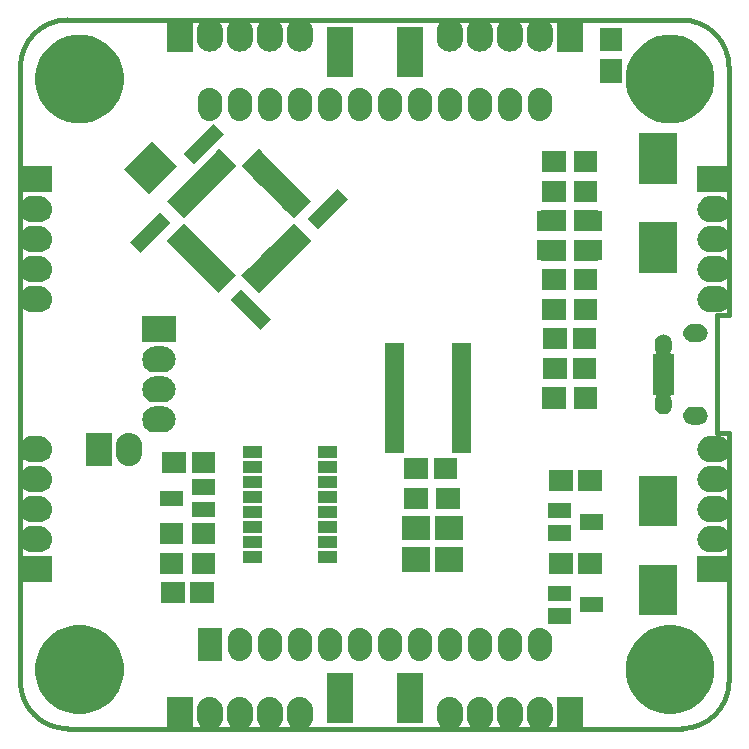
<source format=gbr>
%TF.GenerationSoftware,KiCad,Pcbnew,5.0.1-33cea8e~68~ubuntu16.04.1*%
%TF.CreationDate,2018-11-19T21:37:37+01:00*%
%TF.ProjectId,bcl4v2,62636C3476322E6B696361645F706362,rev?*%
%TF.SameCoordinates,Original*%
%TF.FileFunction,Soldermask,Bot*%
%TF.FilePolarity,Negative*%
%FSLAX46Y46*%
G04 Gerber Fmt 4.6, Leading zero omitted, Abs format (unit mm)*
G04 Created by KiCad (PCBNEW 5.0.1-33cea8e~68~ubuntu16.04.1) date Po 19. listopad 2018, 21:37:37 CET*
%MOMM*%
%LPD*%
G01*
G04 APERTURE LIST*
%ADD10C,0.381000*%
%ADD11C,0.150000*%
G04 APERTURE END LIST*
D10*
X129000000Y-105000000D02*
X130000000Y-105000000D01*
X129000000Y-95000000D02*
X129000000Y-105000000D01*
X130000000Y-95000000D02*
X129000000Y-95000000D01*
X74000000Y-70000000D02*
X126000000Y-70000000D01*
X70000000Y-126000000D02*
X70000000Y-74000000D01*
X126000000Y-130000000D02*
X74000000Y-130000000D01*
X130000000Y-105000000D02*
X130000000Y-126000000D01*
X126000000Y-130000000D02*
G75*
G03X130000000Y-126000000I0J4000000D01*
G01*
X70000000Y-126000000D02*
G75*
G03X74000000Y-130000000I4000000J0D01*
G01*
X74000000Y-70000000D02*
G75*
G03X70000000Y-74000000I0J-4000000D01*
G01*
X130000000Y-74000000D02*
X130000000Y-95000000D01*
X130000000Y-74000000D02*
G75*
G03X126000000Y-70000000I-4000000J0D01*
G01*
D11*
G36*
X86246423Y-127341974D02*
X86454526Y-127405102D01*
X86646313Y-127507614D01*
X86814423Y-127645577D01*
X86952386Y-127813687D01*
X87054895Y-128005469D01*
X87054897Y-128005474D01*
X87054897Y-128005475D01*
X87118025Y-128213578D01*
X87118026Y-128213583D01*
X87134000Y-128375770D01*
X87134000Y-129084231D01*
X87118026Y-129246423D01*
X87054898Y-129454526D01*
X86952386Y-129646313D01*
X86952384Y-129646315D01*
X86952383Y-129646317D01*
X86814423Y-129814423D01*
X86646317Y-129952383D01*
X86646313Y-129952385D01*
X86646312Y-129952386D01*
X86454525Y-130054898D01*
X86246422Y-130118026D01*
X86030000Y-130139341D01*
X85813577Y-130118026D01*
X85605474Y-130054898D01*
X85413687Y-129952386D01*
X85245577Y-129814423D01*
X85107617Y-129646317D01*
X85107614Y-129646312D01*
X85005102Y-129454525D01*
X84941974Y-129246422D01*
X84926000Y-129084230D01*
X84926000Y-128375769D01*
X84941974Y-128213577D01*
X85005102Y-128005476D01*
X85107617Y-127813685D01*
X85107618Y-127813683D01*
X85245578Y-127645577D01*
X85413684Y-127507617D01*
X85413685Y-127507616D01*
X85413688Y-127507614D01*
X85605475Y-127405102D01*
X85813578Y-127341974D01*
X86030000Y-127320659D01*
X86246423Y-127341974D01*
X86246423Y-127341974D01*
G37*
G36*
X93866423Y-127341974D02*
X94074526Y-127405102D01*
X94266313Y-127507614D01*
X94434423Y-127645577D01*
X94572386Y-127813687D01*
X94674895Y-128005469D01*
X94674897Y-128005474D01*
X94674897Y-128005475D01*
X94738025Y-128213578D01*
X94738026Y-128213583D01*
X94754000Y-128375770D01*
X94754000Y-129084231D01*
X94738026Y-129246423D01*
X94674898Y-129454526D01*
X94572386Y-129646313D01*
X94572384Y-129646315D01*
X94572383Y-129646317D01*
X94434423Y-129814423D01*
X94266317Y-129952383D01*
X94266313Y-129952385D01*
X94266312Y-129952386D01*
X94074525Y-130054898D01*
X93866422Y-130118026D01*
X93650000Y-130139341D01*
X93433577Y-130118026D01*
X93225474Y-130054898D01*
X93033687Y-129952386D01*
X92865577Y-129814423D01*
X92727617Y-129646317D01*
X92727614Y-129646312D01*
X92625102Y-129454525D01*
X92561974Y-129246422D01*
X92546000Y-129084230D01*
X92546000Y-128375769D01*
X92561974Y-128213577D01*
X92625102Y-128005476D01*
X92727617Y-127813685D01*
X92727618Y-127813683D01*
X92865578Y-127645577D01*
X93033684Y-127507617D01*
X93033685Y-127507616D01*
X93033688Y-127507614D01*
X93225475Y-127405102D01*
X93433578Y-127341974D01*
X93650000Y-127320659D01*
X93866423Y-127341974D01*
X93866423Y-127341974D01*
G37*
G36*
X91326423Y-127341974D02*
X91534526Y-127405102D01*
X91726313Y-127507614D01*
X91894423Y-127645577D01*
X92032386Y-127813687D01*
X92134895Y-128005469D01*
X92134897Y-128005474D01*
X92134897Y-128005475D01*
X92198025Y-128213578D01*
X92198026Y-128213583D01*
X92214000Y-128375770D01*
X92214000Y-129084231D01*
X92198026Y-129246423D01*
X92134898Y-129454526D01*
X92032386Y-129646313D01*
X92032384Y-129646315D01*
X92032383Y-129646317D01*
X91894423Y-129814423D01*
X91726317Y-129952383D01*
X91726313Y-129952385D01*
X91726312Y-129952386D01*
X91534525Y-130054898D01*
X91326422Y-130118026D01*
X91110000Y-130139341D01*
X90893577Y-130118026D01*
X90685474Y-130054898D01*
X90493687Y-129952386D01*
X90325577Y-129814423D01*
X90187617Y-129646317D01*
X90187614Y-129646312D01*
X90085102Y-129454525D01*
X90021974Y-129246422D01*
X90006000Y-129084230D01*
X90006000Y-128375769D01*
X90021974Y-128213577D01*
X90085102Y-128005476D01*
X90187617Y-127813685D01*
X90187618Y-127813683D01*
X90325578Y-127645577D01*
X90493684Y-127507617D01*
X90493685Y-127507616D01*
X90493688Y-127507614D01*
X90685475Y-127405102D01*
X90893578Y-127341974D01*
X91110000Y-127320659D01*
X91326423Y-127341974D01*
X91326423Y-127341974D01*
G37*
G36*
X88786423Y-127341974D02*
X88994526Y-127405102D01*
X89186313Y-127507614D01*
X89354423Y-127645577D01*
X89492386Y-127813687D01*
X89594895Y-128005469D01*
X89594897Y-128005474D01*
X89594897Y-128005475D01*
X89658025Y-128213578D01*
X89658026Y-128213583D01*
X89674000Y-128375770D01*
X89674000Y-129084231D01*
X89658026Y-129246423D01*
X89594898Y-129454526D01*
X89492386Y-129646313D01*
X89492384Y-129646315D01*
X89492383Y-129646317D01*
X89354423Y-129814423D01*
X89186317Y-129952383D01*
X89186313Y-129952385D01*
X89186312Y-129952386D01*
X88994525Y-130054898D01*
X88786422Y-130118026D01*
X88570000Y-130139341D01*
X88353577Y-130118026D01*
X88145474Y-130054898D01*
X87953687Y-129952386D01*
X87785577Y-129814423D01*
X87647617Y-129646317D01*
X87647614Y-129646312D01*
X87545102Y-129454525D01*
X87481974Y-129246422D01*
X87466000Y-129084230D01*
X87466000Y-128375769D01*
X87481974Y-128213577D01*
X87545102Y-128005476D01*
X87647617Y-127813685D01*
X87647618Y-127813683D01*
X87785578Y-127645577D01*
X87953684Y-127507617D01*
X87953685Y-127507616D01*
X87953688Y-127507614D01*
X88145475Y-127405102D01*
X88353578Y-127341974D01*
X88570000Y-127320659D01*
X88786423Y-127341974D01*
X88786423Y-127341974D01*
G37*
G36*
X106566422Y-127341974D02*
X106774525Y-127405102D01*
X106966312Y-127507614D01*
X106966313Y-127507615D01*
X106966317Y-127507617D01*
X107134423Y-127645577D01*
X107272386Y-127813687D01*
X107374898Y-128005474D01*
X107438026Y-128213577D01*
X107454000Y-128375769D01*
X107454000Y-129084230D01*
X107438026Y-129246417D01*
X107438025Y-129246420D01*
X107438025Y-129246421D01*
X107438024Y-129246423D01*
X107374895Y-129454531D01*
X107272386Y-129646313D01*
X107134423Y-129814423D01*
X106966313Y-129952386D01*
X106774526Y-130054898D01*
X106566423Y-130118026D01*
X106350000Y-130139341D01*
X106133578Y-130118026D01*
X105925475Y-130054898D01*
X105733688Y-129952386D01*
X105565578Y-129814423D01*
X105427618Y-129646317D01*
X105420542Y-129633078D01*
X105325102Y-129454524D01*
X105261974Y-129246423D01*
X105246000Y-129084231D01*
X105246000Y-128375770D01*
X105261974Y-128213578D01*
X105325102Y-128005475D01*
X105427614Y-127813688D01*
X105427616Y-127813685D01*
X105427617Y-127813683D01*
X105565577Y-127645577D01*
X105733683Y-127507617D01*
X105733684Y-127507616D01*
X105733687Y-127507614D01*
X105925474Y-127405102D01*
X106133577Y-127341974D01*
X106350000Y-127320659D01*
X106566422Y-127341974D01*
X106566422Y-127341974D01*
G37*
G36*
X111646422Y-127341974D02*
X111854525Y-127405102D01*
X112046312Y-127507614D01*
X112046313Y-127507615D01*
X112046317Y-127507617D01*
X112214423Y-127645577D01*
X112352386Y-127813687D01*
X112454898Y-128005474D01*
X112518026Y-128213577D01*
X112534000Y-128375769D01*
X112534000Y-129084230D01*
X112518026Y-129246417D01*
X112518025Y-129246420D01*
X112518025Y-129246421D01*
X112518024Y-129246423D01*
X112454895Y-129454531D01*
X112352386Y-129646313D01*
X112214423Y-129814423D01*
X112046313Y-129952386D01*
X111854526Y-130054898D01*
X111646423Y-130118026D01*
X111430000Y-130139341D01*
X111213578Y-130118026D01*
X111005475Y-130054898D01*
X110813688Y-129952386D01*
X110645578Y-129814423D01*
X110507618Y-129646317D01*
X110500542Y-129633078D01*
X110405102Y-129454524D01*
X110341974Y-129246423D01*
X110326000Y-129084231D01*
X110326000Y-128375770D01*
X110341974Y-128213578D01*
X110405102Y-128005475D01*
X110507614Y-127813688D01*
X110507616Y-127813685D01*
X110507617Y-127813683D01*
X110645577Y-127645577D01*
X110813683Y-127507617D01*
X110813684Y-127507616D01*
X110813687Y-127507614D01*
X111005474Y-127405102D01*
X111213577Y-127341974D01*
X111430000Y-127320659D01*
X111646422Y-127341974D01*
X111646422Y-127341974D01*
G37*
G36*
X109106422Y-127341974D02*
X109314525Y-127405102D01*
X109506312Y-127507614D01*
X109506313Y-127507615D01*
X109506317Y-127507617D01*
X109674423Y-127645577D01*
X109812386Y-127813687D01*
X109914898Y-128005474D01*
X109978026Y-128213577D01*
X109994000Y-128375769D01*
X109994000Y-129084230D01*
X109978026Y-129246417D01*
X109978025Y-129246420D01*
X109978025Y-129246421D01*
X109978024Y-129246423D01*
X109914895Y-129454531D01*
X109812386Y-129646313D01*
X109674423Y-129814423D01*
X109506313Y-129952386D01*
X109314526Y-130054898D01*
X109106423Y-130118026D01*
X108890000Y-130139341D01*
X108673578Y-130118026D01*
X108465475Y-130054898D01*
X108273688Y-129952386D01*
X108105578Y-129814423D01*
X107967618Y-129646317D01*
X107960542Y-129633078D01*
X107865102Y-129454524D01*
X107801974Y-129246423D01*
X107786000Y-129084231D01*
X107786000Y-128375770D01*
X107801974Y-128213578D01*
X107865102Y-128005475D01*
X107967614Y-127813688D01*
X107967616Y-127813685D01*
X107967617Y-127813683D01*
X108105577Y-127645577D01*
X108273683Y-127507617D01*
X108273684Y-127507616D01*
X108273687Y-127507614D01*
X108465474Y-127405102D01*
X108673577Y-127341974D01*
X108890000Y-127320659D01*
X109106422Y-127341974D01*
X109106422Y-127341974D01*
G37*
G36*
X114186422Y-127341974D02*
X114394525Y-127405102D01*
X114586312Y-127507614D01*
X114586313Y-127507615D01*
X114586317Y-127507617D01*
X114754423Y-127645577D01*
X114892386Y-127813687D01*
X114994898Y-128005474D01*
X115058026Y-128213577D01*
X115074000Y-128375769D01*
X115074000Y-129084230D01*
X115058026Y-129246417D01*
X115058025Y-129246420D01*
X115058025Y-129246421D01*
X115058024Y-129246423D01*
X114994895Y-129454531D01*
X114892386Y-129646313D01*
X114754423Y-129814423D01*
X114586313Y-129952386D01*
X114394526Y-130054898D01*
X114186423Y-130118026D01*
X113970000Y-130139341D01*
X113753578Y-130118026D01*
X113545475Y-130054898D01*
X113353688Y-129952386D01*
X113185578Y-129814423D01*
X113047618Y-129646317D01*
X113040542Y-129633078D01*
X112945102Y-129454524D01*
X112881974Y-129246423D01*
X112866000Y-129084231D01*
X112866000Y-128375770D01*
X112881974Y-128213578D01*
X112945102Y-128005475D01*
X113047614Y-127813688D01*
X113047616Y-127813685D01*
X113047617Y-127813683D01*
X113185577Y-127645577D01*
X113353683Y-127507617D01*
X113353684Y-127507616D01*
X113353687Y-127507614D01*
X113545474Y-127405102D01*
X113753577Y-127341974D01*
X113970000Y-127320659D01*
X114186422Y-127341974D01*
X114186422Y-127341974D01*
G37*
G36*
X84594000Y-130134000D02*
X82386000Y-130134000D01*
X82386000Y-127326000D01*
X84594000Y-127326000D01*
X84594000Y-130134000D01*
X84594000Y-130134000D01*
G37*
G36*
X117614000Y-130134000D02*
X115406000Y-130134000D01*
X115406000Y-127326000D01*
X117614000Y-127326000D01*
X117614000Y-130134000D01*
X117614000Y-130134000D01*
G37*
G36*
X98154690Y-129504390D02*
X95947430Y-129504390D01*
X95947430Y-125295610D01*
X98154690Y-125295610D01*
X98154690Y-129504390D01*
X98154690Y-129504390D01*
G37*
G36*
X104052570Y-129504390D02*
X101845310Y-129504390D01*
X101845310Y-125295610D01*
X104052570Y-125295610D01*
X104052570Y-129504390D01*
X104052570Y-129504390D01*
G37*
G36*
X76095001Y-121390264D02*
X76778186Y-121673248D01*
X77393036Y-122084078D01*
X77915922Y-122606964D01*
X78326752Y-123221814D01*
X78609736Y-123904999D01*
X78754000Y-124630263D01*
X78754000Y-125369737D01*
X78609736Y-126095001D01*
X78326752Y-126778186D01*
X77915922Y-127393036D01*
X77393036Y-127915922D01*
X76778186Y-128326752D01*
X76095001Y-128609736D01*
X75369738Y-128754000D01*
X74630262Y-128754000D01*
X73904999Y-128609736D01*
X73221814Y-128326752D01*
X72606964Y-127915922D01*
X72084078Y-127393036D01*
X71673248Y-126778186D01*
X71390264Y-126095001D01*
X71246000Y-125369737D01*
X71246000Y-124630263D01*
X71390264Y-123904999D01*
X71673248Y-123221814D01*
X72084078Y-122606964D01*
X72606964Y-122084078D01*
X73221814Y-121673248D01*
X73904999Y-121390264D01*
X74630262Y-121246000D01*
X75369738Y-121246000D01*
X76095001Y-121390264D01*
X76095001Y-121390264D01*
G37*
G36*
X126095001Y-121390264D02*
X126778186Y-121673248D01*
X127393036Y-122084078D01*
X127915922Y-122606964D01*
X128326752Y-123221814D01*
X128609736Y-123904999D01*
X128754000Y-124630263D01*
X128754000Y-125369737D01*
X128609736Y-126095001D01*
X128326752Y-126778186D01*
X127915922Y-127393036D01*
X127393036Y-127915922D01*
X126778186Y-128326752D01*
X126095001Y-128609736D01*
X125369738Y-128754000D01*
X124630262Y-128754000D01*
X123904999Y-128609736D01*
X123221814Y-128326752D01*
X122606964Y-127915922D01*
X122084078Y-127393036D01*
X121673248Y-126778186D01*
X121390264Y-126095001D01*
X121246000Y-125369737D01*
X121246000Y-124630263D01*
X121390264Y-123904999D01*
X121673248Y-123221814D01*
X122084078Y-122606964D01*
X122606964Y-122084078D01*
X123221814Y-121673248D01*
X123904999Y-121390264D01*
X124630262Y-121246000D01*
X125369738Y-121246000D01*
X126095001Y-121390264D01*
X126095001Y-121390264D01*
G37*
G36*
X91309171Y-121477701D02*
X91500686Y-121535797D01*
X91677189Y-121630139D01*
X91831896Y-121757104D01*
X91958861Y-121911810D01*
X92053203Y-122088313D01*
X92111299Y-122279828D01*
X92126000Y-122429094D01*
X92126000Y-123290905D01*
X92111299Y-123440166D01*
X92111298Y-123440169D01*
X92111298Y-123440170D01*
X92053203Y-123631685D01*
X92053200Y-123631692D01*
X91958861Y-123808190D01*
X91831896Y-123962896D01*
X91677190Y-124089861D01*
X91500687Y-124184203D01*
X91309172Y-124242299D01*
X91110000Y-124261915D01*
X90910829Y-124242299D01*
X90719314Y-124184203D01*
X90542811Y-124089861D01*
X90388105Y-123962896D01*
X90261142Y-123808191D01*
X90166797Y-123631685D01*
X90108701Y-123440172D01*
X90094000Y-123290906D01*
X90094000Y-122429095D01*
X90108701Y-122279829D01*
X90166797Y-122088314D01*
X90261139Y-121911811D01*
X90388104Y-121757104D01*
X90542810Y-121630139D01*
X90719313Y-121535797D01*
X90910828Y-121477701D01*
X91110000Y-121458085D01*
X91309171Y-121477701D01*
X91309171Y-121477701D01*
G37*
G36*
X106549171Y-121477701D02*
X106740686Y-121535797D01*
X106917189Y-121630139D01*
X107071896Y-121757104D01*
X107198861Y-121911810D01*
X107293203Y-122088313D01*
X107351299Y-122279828D01*
X107366000Y-122429094D01*
X107366000Y-123290905D01*
X107351299Y-123440166D01*
X107351298Y-123440169D01*
X107351298Y-123440170D01*
X107293203Y-123631685D01*
X107293200Y-123631692D01*
X107198861Y-123808190D01*
X107071896Y-123962896D01*
X106917190Y-124089861D01*
X106740687Y-124184203D01*
X106549172Y-124242299D01*
X106350000Y-124261915D01*
X106150829Y-124242299D01*
X105959314Y-124184203D01*
X105782811Y-124089861D01*
X105628105Y-123962896D01*
X105501142Y-123808191D01*
X105406797Y-123631685D01*
X105348701Y-123440172D01*
X105334000Y-123290906D01*
X105334000Y-122429095D01*
X105348701Y-122279829D01*
X105406797Y-122088314D01*
X105501139Y-121911811D01*
X105628104Y-121757104D01*
X105782810Y-121630139D01*
X105959313Y-121535797D01*
X106150828Y-121477701D01*
X106350000Y-121458085D01*
X106549171Y-121477701D01*
X106549171Y-121477701D01*
G37*
G36*
X98929171Y-121477701D02*
X99120686Y-121535797D01*
X99297189Y-121630139D01*
X99451896Y-121757104D01*
X99578861Y-121911810D01*
X99673203Y-122088313D01*
X99731299Y-122279828D01*
X99746000Y-122429094D01*
X99746000Y-123290905D01*
X99731299Y-123440166D01*
X99731298Y-123440169D01*
X99731298Y-123440170D01*
X99673203Y-123631685D01*
X99673200Y-123631692D01*
X99578861Y-123808190D01*
X99451896Y-123962896D01*
X99297190Y-124089861D01*
X99120687Y-124184203D01*
X98929172Y-124242299D01*
X98730000Y-124261915D01*
X98530829Y-124242299D01*
X98339314Y-124184203D01*
X98162811Y-124089861D01*
X98008105Y-123962896D01*
X97881142Y-123808191D01*
X97786797Y-123631685D01*
X97728701Y-123440172D01*
X97714000Y-123290906D01*
X97714000Y-122429095D01*
X97728701Y-122279829D01*
X97786797Y-122088314D01*
X97881139Y-121911811D01*
X98008104Y-121757104D01*
X98162810Y-121630139D01*
X98339313Y-121535797D01*
X98530828Y-121477701D01*
X98730000Y-121458085D01*
X98929171Y-121477701D01*
X98929171Y-121477701D01*
G37*
G36*
X101469171Y-121477701D02*
X101660686Y-121535797D01*
X101837189Y-121630139D01*
X101991896Y-121757104D01*
X102118861Y-121911810D01*
X102213203Y-122088313D01*
X102271299Y-122279828D01*
X102286000Y-122429094D01*
X102286000Y-123290905D01*
X102271299Y-123440166D01*
X102271298Y-123440169D01*
X102271298Y-123440170D01*
X102213203Y-123631685D01*
X102213200Y-123631692D01*
X102118861Y-123808190D01*
X101991896Y-123962896D01*
X101837190Y-124089861D01*
X101660687Y-124184203D01*
X101469172Y-124242299D01*
X101270000Y-124261915D01*
X101070829Y-124242299D01*
X100879314Y-124184203D01*
X100702811Y-124089861D01*
X100548105Y-123962896D01*
X100421142Y-123808191D01*
X100326797Y-123631685D01*
X100268701Y-123440172D01*
X100254000Y-123290906D01*
X100254000Y-122429095D01*
X100268701Y-122279829D01*
X100326797Y-122088314D01*
X100421139Y-121911811D01*
X100548104Y-121757104D01*
X100702810Y-121630139D01*
X100879313Y-121535797D01*
X101070828Y-121477701D01*
X101270000Y-121458085D01*
X101469171Y-121477701D01*
X101469171Y-121477701D01*
G37*
G36*
X96389171Y-121477701D02*
X96580686Y-121535797D01*
X96757189Y-121630139D01*
X96911896Y-121757104D01*
X97038861Y-121911810D01*
X97133203Y-122088313D01*
X97191299Y-122279828D01*
X97206000Y-122429094D01*
X97206000Y-123290905D01*
X97191299Y-123440166D01*
X97191298Y-123440169D01*
X97191298Y-123440170D01*
X97133203Y-123631685D01*
X97133200Y-123631692D01*
X97038861Y-123808190D01*
X96911896Y-123962896D01*
X96757190Y-124089861D01*
X96580687Y-124184203D01*
X96389172Y-124242299D01*
X96190000Y-124261915D01*
X95990829Y-124242299D01*
X95799314Y-124184203D01*
X95622811Y-124089861D01*
X95468105Y-123962896D01*
X95341142Y-123808191D01*
X95246797Y-123631685D01*
X95188701Y-123440172D01*
X95174000Y-123290906D01*
X95174000Y-122429095D01*
X95188701Y-122279829D01*
X95246797Y-122088314D01*
X95341139Y-121911811D01*
X95468104Y-121757104D01*
X95622810Y-121630139D01*
X95799313Y-121535797D01*
X95990828Y-121477701D01*
X96190000Y-121458085D01*
X96389171Y-121477701D01*
X96389171Y-121477701D01*
G37*
G36*
X104009171Y-121477701D02*
X104200686Y-121535797D01*
X104377189Y-121630139D01*
X104531896Y-121757104D01*
X104658861Y-121911810D01*
X104753203Y-122088313D01*
X104811299Y-122279828D01*
X104826000Y-122429094D01*
X104826000Y-123290905D01*
X104811299Y-123440166D01*
X104811298Y-123440169D01*
X104811298Y-123440170D01*
X104753203Y-123631685D01*
X104753200Y-123631692D01*
X104658861Y-123808190D01*
X104531896Y-123962896D01*
X104377190Y-124089861D01*
X104200687Y-124184203D01*
X104009172Y-124242299D01*
X103810000Y-124261915D01*
X103610829Y-124242299D01*
X103419314Y-124184203D01*
X103242811Y-124089861D01*
X103088105Y-123962896D01*
X102961142Y-123808191D01*
X102866797Y-123631685D01*
X102808701Y-123440172D01*
X102794000Y-123290906D01*
X102794000Y-122429095D01*
X102808701Y-122279829D01*
X102866797Y-122088314D01*
X102961139Y-121911811D01*
X103088104Y-121757104D01*
X103242810Y-121630139D01*
X103419313Y-121535797D01*
X103610828Y-121477701D01*
X103810000Y-121458085D01*
X104009171Y-121477701D01*
X104009171Y-121477701D01*
G37*
G36*
X109089171Y-121477701D02*
X109280686Y-121535797D01*
X109457189Y-121630139D01*
X109611896Y-121757104D01*
X109738861Y-121911810D01*
X109833203Y-122088313D01*
X109891299Y-122279828D01*
X109906000Y-122429094D01*
X109906000Y-123290905D01*
X109891299Y-123440166D01*
X109891298Y-123440169D01*
X109891298Y-123440170D01*
X109833203Y-123631685D01*
X109833200Y-123631692D01*
X109738861Y-123808190D01*
X109611896Y-123962896D01*
X109457190Y-124089861D01*
X109280687Y-124184203D01*
X109089172Y-124242299D01*
X108890000Y-124261915D01*
X108690829Y-124242299D01*
X108499314Y-124184203D01*
X108322811Y-124089861D01*
X108168105Y-123962896D01*
X108041142Y-123808191D01*
X107946797Y-123631685D01*
X107888701Y-123440172D01*
X107874000Y-123290906D01*
X107874000Y-122429095D01*
X107888701Y-122279829D01*
X107946797Y-122088314D01*
X108041139Y-121911811D01*
X108168104Y-121757104D01*
X108322810Y-121630139D01*
X108499313Y-121535797D01*
X108690828Y-121477701D01*
X108890000Y-121458085D01*
X109089171Y-121477701D01*
X109089171Y-121477701D01*
G37*
G36*
X88769171Y-121477701D02*
X88960686Y-121535797D01*
X89137189Y-121630139D01*
X89291896Y-121757104D01*
X89418861Y-121911810D01*
X89513203Y-122088313D01*
X89571299Y-122279828D01*
X89586000Y-122429094D01*
X89586000Y-123290905D01*
X89571299Y-123440166D01*
X89571298Y-123440169D01*
X89571298Y-123440170D01*
X89513203Y-123631685D01*
X89513200Y-123631692D01*
X89418861Y-123808190D01*
X89291896Y-123962896D01*
X89137190Y-124089861D01*
X88960687Y-124184203D01*
X88769172Y-124242299D01*
X88570000Y-124261915D01*
X88370829Y-124242299D01*
X88179314Y-124184203D01*
X88002811Y-124089861D01*
X87848105Y-123962896D01*
X87721142Y-123808191D01*
X87626797Y-123631685D01*
X87568701Y-123440172D01*
X87554000Y-123290906D01*
X87554000Y-122429095D01*
X87568701Y-122279829D01*
X87626797Y-122088314D01*
X87721139Y-121911811D01*
X87848104Y-121757104D01*
X88002810Y-121630139D01*
X88179313Y-121535797D01*
X88370828Y-121477701D01*
X88570000Y-121458085D01*
X88769171Y-121477701D01*
X88769171Y-121477701D01*
G37*
G36*
X111629171Y-121477701D02*
X111820686Y-121535797D01*
X111997189Y-121630139D01*
X112151896Y-121757104D01*
X112278861Y-121911810D01*
X112373203Y-122088313D01*
X112431299Y-122279828D01*
X112446000Y-122429094D01*
X112446000Y-123290905D01*
X112431299Y-123440166D01*
X112431298Y-123440169D01*
X112431298Y-123440170D01*
X112373203Y-123631685D01*
X112373200Y-123631692D01*
X112278861Y-123808190D01*
X112151896Y-123962896D01*
X111997190Y-124089861D01*
X111820687Y-124184203D01*
X111629172Y-124242299D01*
X111430000Y-124261915D01*
X111230829Y-124242299D01*
X111039314Y-124184203D01*
X110862811Y-124089861D01*
X110708105Y-123962896D01*
X110581142Y-123808191D01*
X110486797Y-123631685D01*
X110428701Y-123440172D01*
X110414000Y-123290906D01*
X110414000Y-122429095D01*
X110428701Y-122279829D01*
X110486797Y-122088314D01*
X110581139Y-121911811D01*
X110708104Y-121757104D01*
X110862810Y-121630139D01*
X111039313Y-121535797D01*
X111230828Y-121477701D01*
X111430000Y-121458085D01*
X111629171Y-121477701D01*
X111629171Y-121477701D01*
G37*
G36*
X114169171Y-121477701D02*
X114360686Y-121535797D01*
X114537189Y-121630139D01*
X114691896Y-121757104D01*
X114818861Y-121911810D01*
X114913203Y-122088313D01*
X114971299Y-122279828D01*
X114986000Y-122429094D01*
X114986000Y-123290905D01*
X114971299Y-123440166D01*
X114971298Y-123440169D01*
X114971298Y-123440170D01*
X114913203Y-123631685D01*
X114913200Y-123631692D01*
X114818861Y-123808190D01*
X114691896Y-123962896D01*
X114537190Y-124089861D01*
X114360687Y-124184203D01*
X114169172Y-124242299D01*
X113970000Y-124261915D01*
X113770829Y-124242299D01*
X113579314Y-124184203D01*
X113402811Y-124089861D01*
X113248105Y-123962896D01*
X113121142Y-123808191D01*
X113026797Y-123631685D01*
X112968701Y-123440172D01*
X112954000Y-123290906D01*
X112954000Y-122429095D01*
X112968701Y-122279829D01*
X113026797Y-122088314D01*
X113121139Y-121911811D01*
X113248104Y-121757104D01*
X113402810Y-121630139D01*
X113579313Y-121535797D01*
X113770828Y-121477701D01*
X113970000Y-121458085D01*
X114169171Y-121477701D01*
X114169171Y-121477701D01*
G37*
G36*
X93849171Y-121477701D02*
X94040686Y-121535797D01*
X94217189Y-121630139D01*
X94371896Y-121757104D01*
X94498861Y-121911810D01*
X94593203Y-122088313D01*
X94651299Y-122279828D01*
X94666000Y-122429094D01*
X94666000Y-123290905D01*
X94651299Y-123440166D01*
X94651298Y-123440169D01*
X94651298Y-123440170D01*
X94593203Y-123631685D01*
X94593200Y-123631692D01*
X94498861Y-123808190D01*
X94371896Y-123962896D01*
X94217190Y-124089861D01*
X94040687Y-124184203D01*
X93849172Y-124242299D01*
X93650000Y-124261915D01*
X93450829Y-124242299D01*
X93259314Y-124184203D01*
X93082811Y-124089861D01*
X92928105Y-123962896D01*
X92801142Y-123808191D01*
X92706797Y-123631685D01*
X92648701Y-123440172D01*
X92634000Y-123290906D01*
X92634000Y-122429095D01*
X92648701Y-122279829D01*
X92706797Y-122088314D01*
X92801139Y-121911811D01*
X92928104Y-121757104D01*
X93082810Y-121630139D01*
X93259313Y-121535797D01*
X93450828Y-121477701D01*
X93650000Y-121458085D01*
X93849171Y-121477701D01*
X93849171Y-121477701D01*
G37*
G36*
X87046000Y-124257000D02*
X85014000Y-124257000D01*
X85014000Y-121463000D01*
X87046000Y-121463000D01*
X87046000Y-124257000D01*
X87046000Y-124257000D01*
G37*
G36*
X116654000Y-121104000D02*
X114646000Y-121104000D01*
X114646000Y-119796000D01*
X116654000Y-119796000D01*
X116654000Y-121104000D01*
X116654000Y-121104000D01*
G37*
G36*
X125604000Y-120404000D02*
X122396000Y-120404000D01*
X122396000Y-116146000D01*
X125604000Y-116146000D01*
X125604000Y-120404000D01*
X125604000Y-120404000D01*
G37*
G36*
X119354000Y-120154000D02*
X117346000Y-120154000D01*
X117346000Y-118846000D01*
X119354000Y-118846000D01*
X119354000Y-120154000D01*
X119354000Y-120154000D01*
G37*
G36*
X86404000Y-119379000D02*
X84396000Y-119379000D01*
X84396000Y-117621000D01*
X86404000Y-117621000D01*
X86404000Y-119379000D01*
X86404000Y-119379000D01*
G37*
G36*
X83904000Y-119379000D02*
X81896000Y-119379000D01*
X81896000Y-117621000D01*
X83904000Y-117621000D01*
X83904000Y-119379000D01*
X83904000Y-119379000D01*
G37*
G36*
X116654000Y-119204000D02*
X114646000Y-119204000D01*
X114646000Y-117896000D01*
X116654000Y-117896000D01*
X116654000Y-119204000D01*
X116654000Y-119204000D01*
G37*
G36*
X72674000Y-117614000D02*
X69866000Y-117614000D01*
X69866000Y-115406000D01*
X72674000Y-115406000D01*
X72674000Y-117614000D01*
X72674000Y-117614000D01*
G37*
G36*
X130134000Y-117614000D02*
X127326000Y-117614000D01*
X127326000Y-115406000D01*
X130134000Y-115406000D01*
X130134000Y-117614000D01*
X130134000Y-117614000D01*
G37*
G36*
X83804000Y-116904000D02*
X81796000Y-116904000D01*
X81796000Y-115096000D01*
X83804000Y-115096000D01*
X83804000Y-116904000D01*
X83804000Y-116904000D01*
G37*
G36*
X86504000Y-116904000D02*
X84496000Y-116904000D01*
X84496000Y-115096000D01*
X86504000Y-115096000D01*
X86504000Y-116904000D01*
X86504000Y-116904000D01*
G37*
G36*
X119254000Y-116879000D02*
X117246000Y-116879000D01*
X117246000Y-115121000D01*
X119254000Y-115121000D01*
X119254000Y-116879000D01*
X119254000Y-116879000D01*
G37*
G36*
X116754000Y-116879000D02*
X114746000Y-116879000D01*
X114746000Y-115121000D01*
X116754000Y-115121000D01*
X116754000Y-116879000D01*
X116754000Y-116879000D01*
G37*
G36*
X107454000Y-116704000D02*
X105146000Y-116704000D01*
X105146000Y-114656000D01*
X107454000Y-114656000D01*
X107454000Y-116704000D01*
X107454000Y-116704000D01*
G37*
G36*
X104654000Y-116704000D02*
X102346000Y-116704000D01*
X102346000Y-114656000D01*
X104654000Y-114656000D01*
X104654000Y-116704000D01*
X104654000Y-116704000D01*
G37*
G36*
X96825500Y-115953000D02*
X95174500Y-115953000D01*
X95174500Y-114937000D01*
X96825500Y-114937000D01*
X96825500Y-115953000D01*
X96825500Y-115953000D01*
G37*
G36*
X90475500Y-115953000D02*
X88824500Y-115953000D01*
X88824500Y-114937000D01*
X90475500Y-114937000D01*
X90475500Y-115953000D01*
X90475500Y-115953000D01*
G37*
G36*
X129246423Y-112881974D02*
X129454526Y-112945102D01*
X129646313Y-113047614D01*
X129814423Y-113185577D01*
X129952386Y-113353687D01*
X130054898Y-113545474D01*
X130118026Y-113753577D01*
X130139341Y-113970000D01*
X130118026Y-114186423D01*
X130054898Y-114394526D01*
X129952386Y-114586313D01*
X129814423Y-114754423D01*
X129646313Y-114892386D01*
X129454526Y-114994898D01*
X129246423Y-115058026D01*
X129084231Y-115074000D01*
X128375769Y-115074000D01*
X128213577Y-115058026D01*
X128005474Y-114994898D01*
X127813687Y-114892386D01*
X127645577Y-114754423D01*
X127507614Y-114586313D01*
X127405102Y-114394526D01*
X127341974Y-114186423D01*
X127320659Y-113970000D01*
X127341974Y-113753577D01*
X127405102Y-113545474D01*
X127507614Y-113353687D01*
X127645577Y-113185577D01*
X127813687Y-113047614D01*
X128005474Y-112945102D01*
X128213577Y-112881974D01*
X128375769Y-112866000D01*
X129084231Y-112866000D01*
X129246423Y-112881974D01*
X129246423Y-112881974D01*
G37*
G36*
X71786423Y-112881974D02*
X71994526Y-112945102D01*
X72186313Y-113047614D01*
X72354423Y-113185577D01*
X72492386Y-113353687D01*
X72594898Y-113545474D01*
X72658026Y-113753577D01*
X72679341Y-113970000D01*
X72658026Y-114186423D01*
X72594898Y-114394526D01*
X72492386Y-114586313D01*
X72354423Y-114754423D01*
X72186313Y-114892386D01*
X71994526Y-114994898D01*
X71786423Y-115058026D01*
X71624231Y-115074000D01*
X70915769Y-115074000D01*
X70753577Y-115058026D01*
X70545474Y-114994898D01*
X70353687Y-114892386D01*
X70185577Y-114754423D01*
X70047614Y-114586313D01*
X69945102Y-114394526D01*
X69881974Y-114186423D01*
X69860659Y-113970000D01*
X69881974Y-113753577D01*
X69945102Y-113545474D01*
X70047614Y-113353687D01*
X70185577Y-113185577D01*
X70353687Y-113047614D01*
X70545474Y-112945102D01*
X70753577Y-112881974D01*
X70915769Y-112866000D01*
X71624231Y-112866000D01*
X71786423Y-112881974D01*
X71786423Y-112881974D01*
G37*
G36*
X96825500Y-114683000D02*
X95174500Y-114683000D01*
X95174500Y-113667000D01*
X96825500Y-113667000D01*
X96825500Y-114683000D01*
X96825500Y-114683000D01*
G37*
G36*
X90475500Y-114683000D02*
X88824500Y-114683000D01*
X88824500Y-113667000D01*
X90475500Y-113667000D01*
X90475500Y-114683000D01*
X90475500Y-114683000D01*
G37*
G36*
X86504000Y-114404000D02*
X84496000Y-114404000D01*
X84496000Y-112596000D01*
X86504000Y-112596000D01*
X86504000Y-114404000D01*
X86504000Y-114404000D01*
G37*
G36*
X83804000Y-114404000D02*
X81796000Y-114404000D01*
X81796000Y-112596000D01*
X83804000Y-112596000D01*
X83804000Y-114404000D01*
X83804000Y-114404000D01*
G37*
G36*
X116654000Y-114104000D02*
X114646000Y-114104000D01*
X114646000Y-112796000D01*
X116654000Y-112796000D01*
X116654000Y-114104000D01*
X116654000Y-114104000D01*
G37*
G36*
X107454000Y-114024000D02*
X105146000Y-114024000D01*
X105146000Y-111976000D01*
X107454000Y-111976000D01*
X107454000Y-114024000D01*
X107454000Y-114024000D01*
G37*
G36*
X104654000Y-114024000D02*
X102346000Y-114024000D01*
X102346000Y-111976000D01*
X104654000Y-111976000D01*
X104654000Y-114024000D01*
X104654000Y-114024000D01*
G37*
G36*
X90475500Y-113413000D02*
X88824500Y-113413000D01*
X88824500Y-112397000D01*
X90475500Y-112397000D01*
X90475500Y-113413000D01*
X90475500Y-113413000D01*
G37*
G36*
X96825500Y-113413000D02*
X95174500Y-113413000D01*
X95174500Y-112397000D01*
X96825500Y-112397000D01*
X96825500Y-113413000D01*
X96825500Y-113413000D01*
G37*
G36*
X119354000Y-113154000D02*
X117346000Y-113154000D01*
X117346000Y-111846000D01*
X119354000Y-111846000D01*
X119354000Y-113154000D01*
X119354000Y-113154000D01*
G37*
G36*
X125604000Y-112854000D02*
X122396000Y-112854000D01*
X122396000Y-108596000D01*
X125604000Y-108596000D01*
X125604000Y-112854000D01*
X125604000Y-112854000D01*
G37*
G36*
X71786423Y-110341974D02*
X71994526Y-110405102D01*
X72186313Y-110507614D01*
X72354423Y-110645577D01*
X72492386Y-110813687D01*
X72594898Y-111005474D01*
X72658026Y-111213577D01*
X72679341Y-111430000D01*
X72658026Y-111646423D01*
X72594898Y-111854526D01*
X72492386Y-112046313D01*
X72354423Y-112214423D01*
X72186313Y-112352386D01*
X71994526Y-112454898D01*
X71786423Y-112518026D01*
X71624231Y-112534000D01*
X70915769Y-112534000D01*
X70753577Y-112518026D01*
X70545474Y-112454898D01*
X70353687Y-112352386D01*
X70185577Y-112214423D01*
X70047614Y-112046313D01*
X69945102Y-111854526D01*
X69881974Y-111646423D01*
X69860659Y-111430000D01*
X69881974Y-111213577D01*
X69945102Y-111005474D01*
X70047614Y-110813687D01*
X70185577Y-110645577D01*
X70353687Y-110507614D01*
X70545474Y-110405102D01*
X70753577Y-110341974D01*
X70915769Y-110326000D01*
X71624231Y-110326000D01*
X71786423Y-110341974D01*
X71786423Y-110341974D01*
G37*
G36*
X129246423Y-110341974D02*
X129454526Y-110405102D01*
X129646313Y-110507614D01*
X129814423Y-110645577D01*
X129952386Y-110813687D01*
X130054898Y-111005474D01*
X130118026Y-111213577D01*
X130139341Y-111430000D01*
X130118026Y-111646423D01*
X130054898Y-111854526D01*
X129952386Y-112046313D01*
X129814423Y-112214423D01*
X129646313Y-112352386D01*
X129454526Y-112454898D01*
X129246423Y-112518026D01*
X129084231Y-112534000D01*
X128375769Y-112534000D01*
X128213577Y-112518026D01*
X128005474Y-112454898D01*
X127813687Y-112352386D01*
X127645577Y-112214423D01*
X127507614Y-112046313D01*
X127405102Y-111854526D01*
X127341974Y-111646423D01*
X127320659Y-111430000D01*
X127341974Y-111213577D01*
X127405102Y-111005474D01*
X127507614Y-110813687D01*
X127645577Y-110645577D01*
X127813687Y-110507614D01*
X128005474Y-110405102D01*
X128213577Y-110341974D01*
X128375769Y-110326000D01*
X129084231Y-110326000D01*
X129246423Y-110341974D01*
X129246423Y-110341974D01*
G37*
G36*
X116654000Y-112204000D02*
X114646000Y-112204000D01*
X114646000Y-110896000D01*
X116654000Y-110896000D01*
X116654000Y-112204000D01*
X116654000Y-112204000D01*
G37*
G36*
X96825500Y-112143000D02*
X95174500Y-112143000D01*
X95174500Y-111127000D01*
X96825500Y-111127000D01*
X96825500Y-112143000D01*
X96825500Y-112143000D01*
G37*
G36*
X90475500Y-112143000D02*
X88824500Y-112143000D01*
X88824500Y-111127000D01*
X90475500Y-111127000D01*
X90475500Y-112143000D01*
X90475500Y-112143000D01*
G37*
G36*
X86504000Y-112104000D02*
X84496000Y-112104000D01*
X84496000Y-110796000D01*
X86504000Y-110796000D01*
X86504000Y-112104000D01*
X86504000Y-112104000D01*
G37*
G36*
X107204000Y-111404000D02*
X105196000Y-111404000D01*
X105196000Y-109596000D01*
X107204000Y-109596000D01*
X107204000Y-111404000D01*
X107204000Y-111404000D01*
G37*
G36*
X104504000Y-111404000D02*
X102496000Y-111404000D01*
X102496000Y-109596000D01*
X104504000Y-109596000D01*
X104504000Y-111404000D01*
X104504000Y-111404000D01*
G37*
G36*
X83804000Y-111154000D02*
X81796000Y-111154000D01*
X81796000Y-109846000D01*
X83804000Y-109846000D01*
X83804000Y-111154000D01*
X83804000Y-111154000D01*
G37*
G36*
X96825500Y-110873000D02*
X95174500Y-110873000D01*
X95174500Y-109857000D01*
X96825500Y-109857000D01*
X96825500Y-110873000D01*
X96825500Y-110873000D01*
G37*
G36*
X90475500Y-110873000D02*
X88824500Y-110873000D01*
X88824500Y-109857000D01*
X90475500Y-109857000D01*
X90475500Y-110873000D01*
X90475500Y-110873000D01*
G37*
G36*
X86504000Y-110204000D02*
X84496000Y-110204000D01*
X84496000Y-108896000D01*
X86504000Y-108896000D01*
X86504000Y-110204000D01*
X86504000Y-110204000D01*
G37*
G36*
X129246423Y-107801974D02*
X129454526Y-107865102D01*
X129646313Y-107967614D01*
X129814423Y-108105577D01*
X129952386Y-108273687D01*
X130054898Y-108465474D01*
X130118026Y-108673577D01*
X130139341Y-108890000D01*
X130118026Y-109106423D01*
X130054898Y-109314526D01*
X129952386Y-109506313D01*
X129952384Y-109506316D01*
X129952383Y-109506317D01*
X129873038Y-109603000D01*
X129814423Y-109674423D01*
X129646313Y-109812386D01*
X129454526Y-109914898D01*
X129246423Y-109978026D01*
X129084231Y-109994000D01*
X128375769Y-109994000D01*
X128213577Y-109978026D01*
X128005474Y-109914898D01*
X127813687Y-109812386D01*
X127645577Y-109674423D01*
X127586962Y-109603000D01*
X127507617Y-109506317D01*
X127507616Y-109506316D01*
X127507614Y-109506313D01*
X127405102Y-109314526D01*
X127341974Y-109106423D01*
X127320659Y-108890000D01*
X127341974Y-108673577D01*
X127405102Y-108465474D01*
X127507614Y-108273687D01*
X127645577Y-108105577D01*
X127813687Y-107967614D01*
X128005474Y-107865102D01*
X128213577Y-107801974D01*
X128375769Y-107786000D01*
X129084231Y-107786000D01*
X129246423Y-107801974D01*
X129246423Y-107801974D01*
G37*
G36*
X71786423Y-107801974D02*
X71994526Y-107865102D01*
X72186313Y-107967614D01*
X72354423Y-108105577D01*
X72492386Y-108273687D01*
X72594898Y-108465474D01*
X72658026Y-108673577D01*
X72679341Y-108890000D01*
X72658026Y-109106423D01*
X72594898Y-109314526D01*
X72492386Y-109506313D01*
X72492384Y-109506316D01*
X72492383Y-109506317D01*
X72413038Y-109603000D01*
X72354423Y-109674423D01*
X72186313Y-109812386D01*
X71994526Y-109914898D01*
X71786423Y-109978026D01*
X71624231Y-109994000D01*
X70915769Y-109994000D01*
X70753577Y-109978026D01*
X70545474Y-109914898D01*
X70353687Y-109812386D01*
X70185577Y-109674423D01*
X70126962Y-109603000D01*
X70047617Y-109506317D01*
X70047616Y-109506316D01*
X70047614Y-109506313D01*
X69945102Y-109314526D01*
X69881974Y-109106423D01*
X69860659Y-108890000D01*
X69881974Y-108673577D01*
X69945102Y-108465474D01*
X70047614Y-108273687D01*
X70185577Y-108105577D01*
X70353687Y-107967614D01*
X70545474Y-107865102D01*
X70753577Y-107801974D01*
X70915769Y-107786000D01*
X71624231Y-107786000D01*
X71786423Y-107801974D01*
X71786423Y-107801974D01*
G37*
G36*
X119254000Y-109879000D02*
X117246000Y-109879000D01*
X117246000Y-108121000D01*
X119254000Y-108121000D01*
X119254000Y-109879000D01*
X119254000Y-109879000D01*
G37*
G36*
X116754000Y-109879000D02*
X114746000Y-109879000D01*
X114746000Y-108121000D01*
X116754000Y-108121000D01*
X116754000Y-109879000D01*
X116754000Y-109879000D01*
G37*
G36*
X90475500Y-109603000D02*
X88824500Y-109603000D01*
X88824500Y-108587000D01*
X90475500Y-108587000D01*
X90475500Y-109603000D01*
X90475500Y-109603000D01*
G37*
G36*
X96825500Y-109603000D02*
X95174500Y-109603000D01*
X95174500Y-108587000D01*
X96825500Y-108587000D01*
X96825500Y-109603000D01*
X96825500Y-109603000D01*
G37*
G36*
X104504000Y-108879000D02*
X102496000Y-108879000D01*
X102496000Y-107121000D01*
X104504000Y-107121000D01*
X104504000Y-108879000D01*
X104504000Y-108879000D01*
G37*
G36*
X107004000Y-108879000D02*
X104996000Y-108879000D01*
X104996000Y-107121000D01*
X107004000Y-107121000D01*
X107004000Y-108879000D01*
X107004000Y-108879000D01*
G37*
G36*
X84004000Y-108379000D02*
X81996000Y-108379000D01*
X81996000Y-106621000D01*
X84004000Y-106621000D01*
X84004000Y-108379000D01*
X84004000Y-108379000D01*
G37*
G36*
X86504000Y-108379000D02*
X84496000Y-108379000D01*
X84496000Y-106621000D01*
X86504000Y-106621000D01*
X86504000Y-108379000D01*
X86504000Y-108379000D01*
G37*
G36*
X90475500Y-108333000D02*
X88824500Y-108333000D01*
X88824500Y-107317000D01*
X90475500Y-107317000D01*
X90475500Y-108333000D01*
X90475500Y-108333000D01*
G37*
G36*
X96825500Y-108333000D02*
X95174500Y-108333000D01*
X95174500Y-107317000D01*
X96825500Y-107317000D01*
X96825500Y-108333000D01*
X96825500Y-108333000D01*
G37*
G36*
X79406423Y-104961974D02*
X79614526Y-105025102D01*
X79806313Y-105127614D01*
X79806316Y-105127616D01*
X79806317Y-105127617D01*
X79974423Y-105265577D01*
X80023274Y-105325102D01*
X80112386Y-105433687D01*
X80214895Y-105625469D01*
X80214897Y-105625474D01*
X80214897Y-105625475D01*
X80278025Y-105833578D01*
X80278026Y-105833583D01*
X80294000Y-105995770D01*
X80294000Y-106704231D01*
X80278026Y-106866423D01*
X80214898Y-107074526D01*
X80112386Y-107266313D01*
X80112384Y-107266316D01*
X80112383Y-107266317D01*
X79974423Y-107434423D01*
X79806317Y-107572383D01*
X79806313Y-107572385D01*
X79806312Y-107572386D01*
X79614525Y-107674898D01*
X79406422Y-107738026D01*
X79190000Y-107759341D01*
X78973577Y-107738026D01*
X78765474Y-107674898D01*
X78573687Y-107572386D01*
X78405577Y-107434423D01*
X78267617Y-107266317D01*
X78267614Y-107266312D01*
X78165102Y-107074525D01*
X78101974Y-106866422D01*
X78086000Y-106704230D01*
X78086000Y-105995769D01*
X78101974Y-105833577D01*
X78165102Y-105625476D01*
X78267617Y-105433685D01*
X78267618Y-105433683D01*
X78405578Y-105265577D01*
X78573684Y-105127617D01*
X78573685Y-105127616D01*
X78573688Y-105127614D01*
X78765475Y-105025102D01*
X78973578Y-104961974D01*
X79190000Y-104940659D01*
X79406423Y-104961974D01*
X79406423Y-104961974D01*
G37*
G36*
X77754000Y-107754000D02*
X75546000Y-107754000D01*
X75546000Y-104946000D01*
X77754000Y-104946000D01*
X77754000Y-107754000D01*
X77754000Y-107754000D01*
G37*
G36*
X129246423Y-105261974D02*
X129454526Y-105325102D01*
X129646313Y-105427614D01*
X129814423Y-105565577D01*
X129952386Y-105733687D01*
X130054898Y-105925474D01*
X130118026Y-106133577D01*
X130139341Y-106350000D01*
X130118026Y-106566423D01*
X130054898Y-106774526D01*
X129952386Y-106966313D01*
X129952384Y-106966316D01*
X129952383Y-106966317D01*
X129814423Y-107134423D01*
X129653715Y-107266312D01*
X129646313Y-107272386D01*
X129454526Y-107374898D01*
X129246423Y-107438026D01*
X129084231Y-107454000D01*
X128375769Y-107454000D01*
X128213577Y-107438026D01*
X128005474Y-107374898D01*
X127813687Y-107272386D01*
X127806286Y-107266312D01*
X127645577Y-107134423D01*
X127507617Y-106966317D01*
X127507616Y-106966316D01*
X127507614Y-106966313D01*
X127405102Y-106774526D01*
X127341974Y-106566423D01*
X127320659Y-106350000D01*
X127341974Y-106133577D01*
X127405102Y-105925474D01*
X127507614Y-105733687D01*
X127645577Y-105565577D01*
X127813687Y-105427614D01*
X128005474Y-105325102D01*
X128213577Y-105261974D01*
X128375769Y-105246000D01*
X129084231Y-105246000D01*
X129246423Y-105261974D01*
X129246423Y-105261974D01*
G37*
G36*
X71786423Y-105261974D02*
X71994526Y-105325102D01*
X72186313Y-105427614D01*
X72354423Y-105565577D01*
X72492386Y-105733687D01*
X72594898Y-105925474D01*
X72658026Y-106133577D01*
X72679341Y-106350000D01*
X72658026Y-106566423D01*
X72594898Y-106774526D01*
X72492386Y-106966313D01*
X72492384Y-106966316D01*
X72492383Y-106966317D01*
X72354423Y-107134423D01*
X72193715Y-107266312D01*
X72186313Y-107272386D01*
X71994526Y-107374898D01*
X71786423Y-107438026D01*
X71624231Y-107454000D01*
X70915769Y-107454000D01*
X70753577Y-107438026D01*
X70545474Y-107374898D01*
X70353687Y-107272386D01*
X70346286Y-107266312D01*
X70185577Y-107134423D01*
X70047617Y-106966317D01*
X70047616Y-106966316D01*
X70047614Y-106966313D01*
X69945102Y-106774526D01*
X69881974Y-106566423D01*
X69860659Y-106350000D01*
X69881974Y-106133577D01*
X69945102Y-105925474D01*
X70047614Y-105733687D01*
X70185577Y-105565577D01*
X70353687Y-105427614D01*
X70545474Y-105325102D01*
X70753577Y-105261974D01*
X70915769Y-105246000D01*
X71624231Y-105246000D01*
X71786423Y-105261974D01*
X71786423Y-105261974D01*
G37*
G36*
X96825500Y-107063000D02*
X95174500Y-107063000D01*
X95174500Y-106047000D01*
X96825500Y-106047000D01*
X96825500Y-107063000D01*
X96825500Y-107063000D01*
G37*
G36*
X90475500Y-107063000D02*
X88824500Y-107063000D01*
X88824500Y-106047000D01*
X90475500Y-106047000D01*
X90475500Y-107063000D01*
X90475500Y-107063000D01*
G37*
G36*
X102454000Y-106679000D02*
X100846000Y-106679000D01*
X100846000Y-97321000D01*
X102454000Y-97321000D01*
X102454000Y-106679000D01*
X102454000Y-106679000D01*
G37*
G36*
X108154000Y-106679000D02*
X106546000Y-106679000D01*
X106546000Y-97321000D01*
X108154000Y-97321000D01*
X108154000Y-106679000D01*
X108154000Y-106679000D01*
G37*
G36*
X82246423Y-102731974D02*
X82454526Y-102795102D01*
X82646313Y-102897614D01*
X82646316Y-102897616D01*
X82646317Y-102897617D01*
X82814423Y-103035577D01*
X82923078Y-103167974D01*
X82952386Y-103203687D01*
X83054898Y-103395474D01*
X83118026Y-103603577D01*
X83139341Y-103820000D01*
X83118026Y-104036423D01*
X83054898Y-104244526D01*
X82952386Y-104436313D01*
X82952384Y-104436316D01*
X82952383Y-104436317D01*
X82814423Y-104604423D01*
X82646313Y-104742386D01*
X82454526Y-104844898D01*
X82246423Y-104908026D01*
X82084231Y-104924000D01*
X81375769Y-104924000D01*
X81213577Y-104908026D01*
X81005474Y-104844898D01*
X80813687Y-104742386D01*
X80645577Y-104604423D01*
X80507617Y-104436317D01*
X80507616Y-104436316D01*
X80507614Y-104436313D01*
X80405102Y-104244526D01*
X80341974Y-104036423D01*
X80320659Y-103820000D01*
X80341974Y-103603577D01*
X80405102Y-103395474D01*
X80507614Y-103203687D01*
X80536923Y-103167974D01*
X80645577Y-103035577D01*
X80813683Y-102897617D01*
X80813684Y-102897616D01*
X80813687Y-102897614D01*
X81005474Y-102795102D01*
X81213577Y-102731974D01*
X81375769Y-102716000D01*
X82084231Y-102716000D01*
X82246423Y-102731974D01*
X82246423Y-102731974D01*
G37*
G36*
X127572811Y-102756909D02*
X127714939Y-102800024D01*
X127845927Y-102870038D01*
X127960738Y-102964262D01*
X128054962Y-103079073D01*
X128124976Y-103210061D01*
X128168091Y-103352189D01*
X128182648Y-103500000D01*
X128168091Y-103647811D01*
X128124976Y-103789939D01*
X128054962Y-103920927D01*
X127960738Y-104035738D01*
X127845927Y-104129962D01*
X127714939Y-104199976D01*
X127572811Y-104243091D01*
X127462043Y-104254000D01*
X126837957Y-104254000D01*
X126727189Y-104243091D01*
X126585061Y-104199976D01*
X126454073Y-104129962D01*
X126339262Y-104035738D01*
X126245038Y-103920927D01*
X126175024Y-103789939D01*
X126131909Y-103647811D01*
X126117352Y-103500000D01*
X126131909Y-103352189D01*
X126175024Y-103210061D01*
X126245038Y-103079073D01*
X126339262Y-102964262D01*
X126454073Y-102870038D01*
X126585061Y-102800024D01*
X126727189Y-102756909D01*
X126837957Y-102746000D01*
X127462043Y-102746000D01*
X127572811Y-102756909D01*
X127572811Y-102756909D01*
G37*
G36*
X124592909Y-96631548D02*
X124684520Y-96659338D01*
X124730327Y-96673233D01*
X124856972Y-96740927D01*
X124967975Y-96832025D01*
X125059073Y-96943028D01*
X125126767Y-97069673D01*
X125126767Y-97069674D01*
X125168452Y-97207092D01*
X125179000Y-97314190D01*
X125179000Y-97685811D01*
X125168452Y-97792909D01*
X125142337Y-97879000D01*
X125126767Y-97930327D01*
X125056346Y-98062075D01*
X125046968Y-98084714D01*
X125042188Y-98108748D01*
X125042188Y-98133252D01*
X125046968Y-98157286D01*
X125056346Y-98179925D01*
X125069960Y-98200299D01*
X125087287Y-98217626D01*
X125107661Y-98231240D01*
X125130300Y-98240618D01*
X125166586Y-98246000D01*
X125379000Y-98246000D01*
X125379000Y-101754000D01*
X125166586Y-101754000D01*
X125142200Y-101756402D01*
X125118751Y-101763515D01*
X125097140Y-101775066D01*
X125078198Y-101790612D01*
X125062652Y-101809554D01*
X125051101Y-101831165D01*
X125043988Y-101854614D01*
X125041586Y-101879000D01*
X125043988Y-101903386D01*
X125056346Y-101937925D01*
X125126767Y-102069673D01*
X125126767Y-102069674D01*
X125168452Y-102207092D01*
X125179000Y-102314190D01*
X125179000Y-102685811D01*
X125168452Y-102792909D01*
X125166293Y-102800025D01*
X125126767Y-102930327D01*
X125059073Y-103056972D01*
X124967975Y-103167975D01*
X124856972Y-103259073D01*
X124730326Y-103326767D01*
X124684519Y-103340662D01*
X124592908Y-103368452D01*
X124450000Y-103382527D01*
X124307091Y-103368452D01*
X124215480Y-103340662D01*
X124169673Y-103326767D01*
X124043028Y-103259073D01*
X123932025Y-103167975D01*
X123840927Y-103056972D01*
X123773233Y-102930326D01*
X123759338Y-102884519D01*
X123731548Y-102792908D01*
X123721000Y-102685810D01*
X123721000Y-102314189D01*
X123731548Y-102207091D01*
X123773233Y-102069674D01*
X123773233Y-102069673D01*
X123843654Y-101937925D01*
X123853032Y-101915286D01*
X123857812Y-101891252D01*
X123857812Y-101866748D01*
X123853032Y-101842714D01*
X123843654Y-101820075D01*
X123830040Y-101799701D01*
X123812713Y-101782374D01*
X123792339Y-101768760D01*
X123769700Y-101759382D01*
X123733414Y-101754000D01*
X123521000Y-101754000D01*
X123521000Y-98246000D01*
X123733414Y-98246000D01*
X123757800Y-98243598D01*
X123781249Y-98236485D01*
X123802860Y-98224934D01*
X123821802Y-98209388D01*
X123837348Y-98190446D01*
X123848899Y-98168835D01*
X123856012Y-98145386D01*
X123858414Y-98121000D01*
X123856012Y-98096614D01*
X123843654Y-98062076D01*
X123773234Y-97930329D01*
X123757664Y-97879000D01*
X123731548Y-97792908D01*
X123721000Y-97685810D01*
X123721000Y-97314189D01*
X123722004Y-97304000D01*
X123728002Y-97243091D01*
X123731548Y-97207091D01*
X123773233Y-97069674D01*
X123773233Y-97069673D01*
X123840927Y-96943028D01*
X123932025Y-96832025D01*
X124043028Y-96740927D01*
X124169674Y-96673233D01*
X124215481Y-96659338D01*
X124307092Y-96631548D01*
X124450000Y-96617473D01*
X124592909Y-96631548D01*
X124592909Y-96631548D01*
G37*
G36*
X116154000Y-102904000D02*
X114146000Y-102904000D01*
X114146000Y-101096000D01*
X116154000Y-101096000D01*
X116154000Y-102904000D01*
X116154000Y-102904000D01*
G37*
G36*
X118854000Y-102904000D02*
X116846000Y-102904000D01*
X116846000Y-101096000D01*
X118854000Y-101096000D01*
X118854000Y-102904000D01*
X118854000Y-102904000D01*
G37*
G36*
X82246423Y-100191974D02*
X82454526Y-100255102D01*
X82646313Y-100357614D01*
X82646316Y-100357616D01*
X82646317Y-100357617D01*
X82814423Y-100495577D01*
X82876321Y-100571000D01*
X82952386Y-100663687D01*
X83054898Y-100855474D01*
X83118026Y-101063577D01*
X83139341Y-101280000D01*
X83118026Y-101496423D01*
X83054898Y-101704526D01*
X82952386Y-101896313D01*
X82952384Y-101896316D01*
X82952383Y-101896317D01*
X82918236Y-101937925D01*
X82814423Y-102064423D01*
X82646313Y-102202386D01*
X82454526Y-102304898D01*
X82246423Y-102368026D01*
X82084231Y-102384000D01*
X81375769Y-102384000D01*
X81213577Y-102368026D01*
X81005474Y-102304898D01*
X80813687Y-102202386D01*
X80645577Y-102064423D01*
X80541764Y-101937925D01*
X80507617Y-101896317D01*
X80507616Y-101896316D01*
X80507614Y-101896313D01*
X80405102Y-101704526D01*
X80341974Y-101496423D01*
X80320659Y-101280000D01*
X80341974Y-101063577D01*
X80405102Y-100855474D01*
X80507614Y-100663687D01*
X80583680Y-100571000D01*
X80645577Y-100495577D01*
X80813683Y-100357617D01*
X80813684Y-100357616D01*
X80813687Y-100357614D01*
X81005474Y-100255102D01*
X81213577Y-100191974D01*
X81375769Y-100176000D01*
X82084231Y-100176000D01*
X82246423Y-100191974D01*
X82246423Y-100191974D01*
G37*
G36*
X118754000Y-100379000D02*
X116746000Y-100379000D01*
X116746000Y-98621000D01*
X118754000Y-98621000D01*
X118754000Y-100379000D01*
X118754000Y-100379000D01*
G37*
G36*
X116254000Y-100379000D02*
X114246000Y-100379000D01*
X114246000Y-98621000D01*
X116254000Y-98621000D01*
X116254000Y-100379000D01*
X116254000Y-100379000D01*
G37*
G36*
X82246423Y-97651974D02*
X82454526Y-97715102D01*
X82646313Y-97817614D01*
X82646316Y-97817616D01*
X82646317Y-97817617D01*
X82814423Y-97955577D01*
X82897633Y-98056969D01*
X82952386Y-98123687D01*
X83054898Y-98315474D01*
X83118026Y-98523577D01*
X83139341Y-98740000D01*
X83118026Y-98956423D01*
X83054898Y-99164526D01*
X82952386Y-99356313D01*
X82814423Y-99524423D01*
X82646313Y-99662386D01*
X82454526Y-99764898D01*
X82246423Y-99828026D01*
X82084231Y-99844000D01*
X81375769Y-99844000D01*
X81213577Y-99828026D01*
X81005474Y-99764898D01*
X80813687Y-99662386D01*
X80645577Y-99524423D01*
X80507614Y-99356313D01*
X80405102Y-99164526D01*
X80341974Y-98956423D01*
X80320659Y-98740000D01*
X80341974Y-98523577D01*
X80405102Y-98315474D01*
X80507614Y-98123687D01*
X80562368Y-98056969D01*
X80645577Y-97955577D01*
X80813683Y-97817617D01*
X80813684Y-97817616D01*
X80813687Y-97817614D01*
X81005474Y-97715102D01*
X81213577Y-97651974D01*
X81375769Y-97636000D01*
X82084231Y-97636000D01*
X82246423Y-97651974D01*
X82246423Y-97651974D01*
G37*
G36*
X116254000Y-97879000D02*
X114246000Y-97879000D01*
X114246000Y-96121000D01*
X116254000Y-96121000D01*
X116254000Y-97879000D01*
X116254000Y-97879000D01*
G37*
G36*
X118754000Y-97879000D02*
X116746000Y-97879000D01*
X116746000Y-96121000D01*
X118754000Y-96121000D01*
X118754000Y-97879000D01*
X118754000Y-97879000D01*
G37*
G36*
X83134000Y-97304000D02*
X80326000Y-97304000D01*
X80326000Y-95096000D01*
X83134000Y-95096000D01*
X83134000Y-97304000D01*
X83134000Y-97304000D01*
G37*
G36*
X127572811Y-95756909D02*
X127714939Y-95800024D01*
X127845927Y-95870038D01*
X127960738Y-95964262D01*
X128054962Y-96079073D01*
X128124976Y-96210061D01*
X128168091Y-96352189D01*
X128182648Y-96500000D01*
X128168091Y-96647811D01*
X128124976Y-96789939D01*
X128054962Y-96920927D01*
X127960738Y-97035738D01*
X127845927Y-97129962D01*
X127714939Y-97199976D01*
X127572811Y-97243091D01*
X127462043Y-97254000D01*
X126837957Y-97254000D01*
X126727189Y-97243091D01*
X126585061Y-97199976D01*
X126454073Y-97129962D01*
X126339262Y-97035738D01*
X126245038Y-96920927D01*
X126175024Y-96789939D01*
X126131909Y-96647811D01*
X126117352Y-96500000D01*
X126131909Y-96352189D01*
X126175024Y-96210061D01*
X126245038Y-96079073D01*
X126339262Y-95964262D01*
X126454073Y-95870038D01*
X126585061Y-95800024D01*
X126727189Y-95756909D01*
X126837957Y-95746000D01*
X127462043Y-95746000D01*
X127572811Y-95756909D01*
X127572811Y-95756909D01*
G37*
G36*
X91220391Y-95330850D02*
X90330850Y-96220391D01*
X87779609Y-93669150D01*
X88669150Y-92779609D01*
X91220391Y-95330850D01*
X91220391Y-95330850D01*
G37*
G36*
X118854000Y-95404000D02*
X116846000Y-95404000D01*
X116846000Y-93596000D01*
X118854000Y-93596000D01*
X118854000Y-95404000D01*
X118854000Y-95404000D01*
G37*
G36*
X116154000Y-95404000D02*
X114146000Y-95404000D01*
X114146000Y-93596000D01*
X116154000Y-93596000D01*
X116154000Y-95404000D01*
X116154000Y-95404000D01*
G37*
G36*
X129246423Y-92561974D02*
X129454526Y-92625102D01*
X129646313Y-92727614D01*
X129814423Y-92865577D01*
X129952386Y-93033687D01*
X130054898Y-93225474D01*
X130118026Y-93433577D01*
X130139341Y-93650000D01*
X130118026Y-93866423D01*
X130054898Y-94074526D01*
X129952386Y-94266313D01*
X129814423Y-94434423D01*
X129646313Y-94572386D01*
X129454526Y-94674898D01*
X129246423Y-94738026D01*
X129084231Y-94754000D01*
X128375769Y-94754000D01*
X128213577Y-94738026D01*
X128005474Y-94674898D01*
X127813687Y-94572386D01*
X127645577Y-94434423D01*
X127507614Y-94266313D01*
X127405102Y-94074526D01*
X127341974Y-93866423D01*
X127320659Y-93650000D01*
X127341974Y-93433577D01*
X127405102Y-93225474D01*
X127507614Y-93033687D01*
X127645577Y-92865577D01*
X127813687Y-92727614D01*
X128005474Y-92625102D01*
X128213577Y-92561974D01*
X128375769Y-92546000D01*
X129084231Y-92546000D01*
X129246423Y-92561974D01*
X129246423Y-92561974D01*
G37*
G36*
X71786423Y-92561974D02*
X71994526Y-92625102D01*
X72186313Y-92727614D01*
X72354423Y-92865577D01*
X72492386Y-93033687D01*
X72594898Y-93225474D01*
X72658026Y-93433577D01*
X72679341Y-93650000D01*
X72658026Y-93866423D01*
X72594898Y-94074526D01*
X72492386Y-94266313D01*
X72354423Y-94434423D01*
X72186313Y-94572386D01*
X71994526Y-94674898D01*
X71786423Y-94738026D01*
X71624231Y-94754000D01*
X70915769Y-94754000D01*
X70753577Y-94738026D01*
X70545474Y-94674898D01*
X70353687Y-94572386D01*
X70185577Y-94434423D01*
X70047614Y-94266313D01*
X69945102Y-94074526D01*
X69881974Y-93866423D01*
X69860659Y-93650000D01*
X69881974Y-93433577D01*
X69945102Y-93225474D01*
X70047614Y-93033687D01*
X70185577Y-92865577D01*
X70353687Y-92727614D01*
X70545474Y-92625102D01*
X70753577Y-92561974D01*
X70915769Y-92546000D01*
X71624231Y-92546000D01*
X71786423Y-92561974D01*
X71786423Y-92561974D01*
G37*
G36*
X94622131Y-88697056D02*
X94356966Y-88962222D01*
X90462222Y-92856966D01*
X90197056Y-93122131D01*
X88706474Y-91631549D01*
X89330840Y-91007183D01*
X89330851Y-91007174D01*
X89678747Y-90659278D01*
X89678756Y-90659267D01*
X90391500Y-89946523D01*
X90391511Y-89946514D01*
X90745064Y-89592960D01*
X91098617Y-89239407D01*
X91446514Y-88891511D01*
X91446523Y-88891500D01*
X92159267Y-88178756D01*
X92159278Y-88178747D01*
X92507174Y-87830851D01*
X92507183Y-87830840D01*
X93131549Y-87206474D01*
X94622131Y-88697056D01*
X94622131Y-88697056D01*
G37*
G36*
X84492822Y-87830845D02*
X84492827Y-87830851D01*
X84840723Y-88178747D01*
X84840729Y-88178752D01*
X85553482Y-88891505D01*
X85553487Y-88891511D01*
X86608490Y-89946514D01*
X86608496Y-89946519D01*
X87321249Y-90659272D01*
X87321254Y-90659278D01*
X87669150Y-91007174D01*
X87669156Y-91007179D01*
X88293526Y-91631549D01*
X86802944Y-93122131D01*
X86537779Y-92856966D01*
X86537773Y-92856961D01*
X82643040Y-88962228D01*
X82643035Y-88962222D01*
X82377869Y-88697056D01*
X83868451Y-87206474D01*
X84492822Y-87830845D01*
X84492822Y-87830845D01*
G37*
G36*
X116154000Y-92904000D02*
X114146000Y-92904000D01*
X114146000Y-91096000D01*
X116154000Y-91096000D01*
X116154000Y-92904000D01*
X116154000Y-92904000D01*
G37*
G36*
X118854000Y-92904000D02*
X116846000Y-92904000D01*
X116846000Y-91096000D01*
X118854000Y-91096000D01*
X118854000Y-92904000D01*
X118854000Y-92904000D01*
G37*
G36*
X129246423Y-90021974D02*
X129454526Y-90085102D01*
X129646313Y-90187614D01*
X129646316Y-90187616D01*
X129646317Y-90187617D01*
X129814423Y-90325577D01*
X129878783Y-90404000D01*
X129952386Y-90493687D01*
X130054898Y-90685474D01*
X130118026Y-90893577D01*
X130139341Y-91110000D01*
X130118026Y-91326423D01*
X130054898Y-91534526D01*
X129952386Y-91726313D01*
X129814423Y-91894423D01*
X129646313Y-92032386D01*
X129454526Y-92134898D01*
X129246423Y-92198026D01*
X129084231Y-92214000D01*
X128375769Y-92214000D01*
X128213577Y-92198026D01*
X128005474Y-92134898D01*
X127813687Y-92032386D01*
X127645577Y-91894423D01*
X127507614Y-91726313D01*
X127405102Y-91534526D01*
X127341974Y-91326423D01*
X127320659Y-91110000D01*
X127341974Y-90893577D01*
X127405102Y-90685474D01*
X127507614Y-90493687D01*
X127581218Y-90404000D01*
X127645577Y-90325577D01*
X127813683Y-90187617D01*
X127813684Y-90187616D01*
X127813687Y-90187614D01*
X128005474Y-90085102D01*
X128213577Y-90021974D01*
X128375769Y-90006000D01*
X129084231Y-90006000D01*
X129246423Y-90021974D01*
X129246423Y-90021974D01*
G37*
G36*
X71786423Y-90021974D02*
X71994526Y-90085102D01*
X72186313Y-90187614D01*
X72186316Y-90187616D01*
X72186317Y-90187617D01*
X72354423Y-90325577D01*
X72418783Y-90404000D01*
X72492386Y-90493687D01*
X72594898Y-90685474D01*
X72658026Y-90893577D01*
X72679341Y-91110000D01*
X72658026Y-91326423D01*
X72594898Y-91534526D01*
X72492386Y-91726313D01*
X72354423Y-91894423D01*
X72186313Y-92032386D01*
X71994526Y-92134898D01*
X71786423Y-92198026D01*
X71624231Y-92214000D01*
X70915769Y-92214000D01*
X70753577Y-92198026D01*
X70545474Y-92134898D01*
X70353687Y-92032386D01*
X70185577Y-91894423D01*
X70047614Y-91726313D01*
X69945102Y-91534526D01*
X69881974Y-91326423D01*
X69860659Y-91110000D01*
X69881974Y-90893577D01*
X69945102Y-90685474D01*
X70047614Y-90493687D01*
X70121218Y-90404000D01*
X70185577Y-90325577D01*
X70353683Y-90187617D01*
X70353684Y-90187616D01*
X70353687Y-90187614D01*
X70545474Y-90085102D01*
X70753577Y-90021974D01*
X70915769Y-90006000D01*
X71624231Y-90006000D01*
X71786423Y-90021974D01*
X71786423Y-90021974D01*
G37*
G36*
X125604000Y-91404000D02*
X122396000Y-91404000D01*
X122396000Y-87146000D01*
X125604000Y-87146000D01*
X125604000Y-91404000D01*
X125604000Y-91404000D01*
G37*
G36*
X116154000Y-90404000D02*
X114120376Y-90404000D01*
X114109388Y-90390612D01*
X114090446Y-90375066D01*
X114068835Y-90363515D01*
X114045386Y-90356402D01*
X114021000Y-90354000D01*
X113721000Y-90354000D01*
X113721000Y-88646000D01*
X114021000Y-88646000D01*
X114045386Y-88643598D01*
X114068835Y-88636485D01*
X114090446Y-88624934D01*
X114109388Y-88609388D01*
X114120376Y-88596000D01*
X116154000Y-88596000D01*
X116154000Y-90404000D01*
X116154000Y-90404000D01*
G37*
G36*
X118890612Y-88609388D02*
X118909554Y-88624934D01*
X118931165Y-88636485D01*
X118954614Y-88643598D01*
X118979000Y-88646000D01*
X119279000Y-88646000D01*
X119279000Y-90354000D01*
X118979000Y-90354000D01*
X118954614Y-90356402D01*
X118931165Y-90363515D01*
X118909554Y-90375066D01*
X118890612Y-90390612D01*
X118879624Y-90404000D01*
X116846000Y-90404000D01*
X116846000Y-88596000D01*
X118879624Y-88596000D01*
X118890612Y-88609388D01*
X118890612Y-88609388D01*
G37*
G36*
X82720391Y-87169150D02*
X80169150Y-89720391D01*
X79279609Y-88830850D01*
X81830850Y-86279609D01*
X82720391Y-87169150D01*
X82720391Y-87169150D01*
G37*
G36*
X129246423Y-87481974D02*
X129454526Y-87545102D01*
X129646313Y-87647614D01*
X129646316Y-87647616D01*
X129646317Y-87647617D01*
X129814423Y-87785577D01*
X129911610Y-87904000D01*
X129952386Y-87953687D01*
X130054898Y-88145474D01*
X130118026Y-88353577D01*
X130139341Y-88570000D01*
X130118026Y-88786423D01*
X130054898Y-88994526D01*
X129952386Y-89186313D01*
X129814423Y-89354423D01*
X129646313Y-89492386D01*
X129454526Y-89594898D01*
X129246423Y-89658026D01*
X129084231Y-89674000D01*
X128375769Y-89674000D01*
X128213577Y-89658026D01*
X128005474Y-89594898D01*
X127813687Y-89492386D01*
X127645577Y-89354423D01*
X127507614Y-89186313D01*
X127405102Y-88994526D01*
X127341974Y-88786423D01*
X127320659Y-88570000D01*
X127341974Y-88353577D01*
X127405102Y-88145474D01*
X127507614Y-87953687D01*
X127548391Y-87904000D01*
X127645577Y-87785577D01*
X127813683Y-87647617D01*
X127813684Y-87647616D01*
X127813687Y-87647614D01*
X128005474Y-87545102D01*
X128213577Y-87481974D01*
X128375769Y-87466000D01*
X129084231Y-87466000D01*
X129246423Y-87481974D01*
X129246423Y-87481974D01*
G37*
G36*
X71786423Y-87481974D02*
X71994526Y-87545102D01*
X72186313Y-87647614D01*
X72186316Y-87647616D01*
X72186317Y-87647617D01*
X72354423Y-87785577D01*
X72451610Y-87904000D01*
X72492386Y-87953687D01*
X72594898Y-88145474D01*
X72658026Y-88353577D01*
X72679341Y-88570000D01*
X72658026Y-88786423D01*
X72594898Y-88994526D01*
X72492386Y-89186313D01*
X72354423Y-89354423D01*
X72186313Y-89492386D01*
X71994526Y-89594898D01*
X71786423Y-89658026D01*
X71624231Y-89674000D01*
X70915769Y-89674000D01*
X70753577Y-89658026D01*
X70545474Y-89594898D01*
X70353687Y-89492386D01*
X70185577Y-89354423D01*
X70047614Y-89186313D01*
X69945102Y-88994526D01*
X69881974Y-88786423D01*
X69860659Y-88570000D01*
X69881974Y-88353577D01*
X69945102Y-88145474D01*
X70047614Y-87953687D01*
X70088391Y-87904000D01*
X70185577Y-87785577D01*
X70353683Y-87647617D01*
X70353684Y-87647616D01*
X70353687Y-87647614D01*
X70545474Y-87545102D01*
X70753577Y-87481974D01*
X70915769Y-87466000D01*
X71624231Y-87466000D01*
X71786423Y-87481974D01*
X71786423Y-87481974D01*
G37*
G36*
X116154000Y-87904000D02*
X114120376Y-87904000D01*
X114109388Y-87890612D01*
X114090446Y-87875066D01*
X114068835Y-87863515D01*
X114045386Y-87856402D01*
X114021000Y-87854000D01*
X113721000Y-87854000D01*
X113721000Y-86146000D01*
X114021000Y-86146000D01*
X114045386Y-86143598D01*
X114068835Y-86136485D01*
X114090446Y-86124934D01*
X114109388Y-86109388D01*
X114120376Y-86096000D01*
X116154000Y-86096000D01*
X116154000Y-87904000D01*
X116154000Y-87904000D01*
G37*
G36*
X118890612Y-86109388D02*
X118909554Y-86124934D01*
X118931165Y-86136485D01*
X118954614Y-86143598D01*
X118979000Y-86146000D01*
X119279000Y-86146000D01*
X119279000Y-87854000D01*
X118979000Y-87854000D01*
X118954614Y-87856402D01*
X118931165Y-87863515D01*
X118909554Y-87875066D01*
X118890612Y-87890612D01*
X118879624Y-87904000D01*
X116846000Y-87904000D01*
X116846000Y-86096000D01*
X118879624Y-86096000D01*
X118890612Y-86109388D01*
X118890612Y-86109388D01*
G37*
G36*
X97720391Y-85169150D02*
X95169150Y-87720391D01*
X94279609Y-86830850D01*
X96830850Y-84279609D01*
X97720391Y-85169150D01*
X97720391Y-85169150D01*
G37*
G36*
X129246423Y-84941974D02*
X129454526Y-85005102D01*
X129646313Y-85107614D01*
X129646316Y-85107616D01*
X129646317Y-85107617D01*
X129814423Y-85245577D01*
X129861503Y-85302944D01*
X129952386Y-85413687D01*
X130054898Y-85605474D01*
X130118026Y-85813577D01*
X130139341Y-86030000D01*
X130118026Y-86246423D01*
X130054898Y-86454526D01*
X129952386Y-86646313D01*
X129814423Y-86814423D01*
X129646313Y-86952386D01*
X129454526Y-87054898D01*
X129246423Y-87118026D01*
X129084231Y-87134000D01*
X128375769Y-87134000D01*
X128213577Y-87118026D01*
X128005474Y-87054898D01*
X127813687Y-86952386D01*
X127645577Y-86814423D01*
X127507614Y-86646313D01*
X127405102Y-86454526D01*
X127341974Y-86246423D01*
X127320659Y-86030000D01*
X127341974Y-85813577D01*
X127405102Y-85605474D01*
X127507614Y-85413687D01*
X127598498Y-85302944D01*
X127645577Y-85245577D01*
X127813683Y-85107617D01*
X127813684Y-85107616D01*
X127813687Y-85107614D01*
X128005474Y-85005102D01*
X128213577Y-84941974D01*
X128375769Y-84926000D01*
X129084231Y-84926000D01*
X129246423Y-84941974D01*
X129246423Y-84941974D01*
G37*
G36*
X71786423Y-84941974D02*
X71994526Y-85005102D01*
X72186313Y-85107614D01*
X72186316Y-85107616D01*
X72186317Y-85107617D01*
X72354423Y-85245577D01*
X72401503Y-85302944D01*
X72492386Y-85413687D01*
X72594898Y-85605474D01*
X72658026Y-85813577D01*
X72679341Y-86030000D01*
X72658026Y-86246423D01*
X72594898Y-86454526D01*
X72492386Y-86646313D01*
X72354423Y-86814423D01*
X72186313Y-86952386D01*
X71994526Y-87054898D01*
X71786423Y-87118026D01*
X71624231Y-87134000D01*
X70915769Y-87134000D01*
X70753577Y-87118026D01*
X70545474Y-87054898D01*
X70353687Y-86952386D01*
X70185577Y-86814423D01*
X70047614Y-86646313D01*
X69945102Y-86454526D01*
X69881974Y-86246423D01*
X69860659Y-86030000D01*
X69881974Y-85813577D01*
X69945102Y-85605474D01*
X70047614Y-85413687D01*
X70138498Y-85302944D01*
X70185577Y-85245577D01*
X70353683Y-85107617D01*
X70353684Y-85107616D01*
X70353687Y-85107614D01*
X70545474Y-85005102D01*
X70753577Y-84941974D01*
X70915769Y-84926000D01*
X71624231Y-84926000D01*
X71786423Y-84941974D01*
X71786423Y-84941974D01*
G37*
G36*
X90462222Y-81143035D02*
X90462228Y-81143040D01*
X94356961Y-85037773D01*
X94356966Y-85037779D01*
X94622131Y-85302944D01*
X93131549Y-86793526D01*
X92507179Y-86169156D01*
X92507174Y-86169150D01*
X92159278Y-85821254D01*
X92159272Y-85821249D01*
X91446519Y-85108496D01*
X91446514Y-85108490D01*
X90391511Y-84053487D01*
X90391505Y-84053482D01*
X89678752Y-83340729D01*
X89678747Y-83340723D01*
X89330851Y-82992827D01*
X89330845Y-82992822D01*
X88706474Y-82368451D01*
X90197056Y-80877869D01*
X90462222Y-81143035D01*
X90462222Y-81143035D01*
G37*
G36*
X88293526Y-82368451D02*
X86608490Y-84053487D01*
X86254936Y-84407040D01*
X85901383Y-84760593D01*
X85553487Y-85108490D01*
X83868451Y-86793526D01*
X82377869Y-85302944D01*
X82643035Y-85037779D01*
X82643044Y-85037768D01*
X86537768Y-81143044D01*
X86537779Y-81143035D01*
X86802944Y-80877869D01*
X88293526Y-82368451D01*
X88293526Y-82368451D01*
G37*
G36*
X118854000Y-85404000D02*
X116846000Y-85404000D01*
X116846000Y-83596000D01*
X118854000Y-83596000D01*
X118854000Y-85404000D01*
X118854000Y-85404000D01*
G37*
G36*
X116154000Y-85404000D02*
X114146000Y-85404000D01*
X114146000Y-83596000D01*
X116154000Y-83596000D01*
X116154000Y-85404000D01*
X116154000Y-85404000D01*
G37*
G36*
X83268399Y-82358579D02*
X80858579Y-84768399D01*
X78731601Y-82641421D01*
X81141421Y-80231601D01*
X83268399Y-82358579D01*
X83268399Y-82358579D01*
G37*
G36*
X72674000Y-84594000D02*
X69866000Y-84594000D01*
X69866000Y-82386000D01*
X72674000Y-82386000D01*
X72674000Y-84594000D01*
X72674000Y-84594000D01*
G37*
G36*
X130134000Y-84594000D02*
X127326000Y-84594000D01*
X127326000Y-82386000D01*
X130134000Y-82386000D01*
X130134000Y-84594000D01*
X130134000Y-84594000D01*
G37*
G36*
X125604000Y-83854000D02*
X122396000Y-83854000D01*
X122396000Y-79596000D01*
X125604000Y-79596000D01*
X125604000Y-83854000D01*
X125604000Y-83854000D01*
G37*
G36*
X116154000Y-82904000D02*
X114146000Y-82904000D01*
X114146000Y-81096000D01*
X116154000Y-81096000D01*
X116154000Y-82904000D01*
X116154000Y-82904000D01*
G37*
G36*
X118854000Y-82904000D02*
X116846000Y-82904000D01*
X116846000Y-81096000D01*
X118854000Y-81096000D01*
X118854000Y-82904000D01*
X118854000Y-82904000D01*
G37*
G36*
X87220391Y-79669150D02*
X84669150Y-82220391D01*
X83779609Y-81330850D01*
X86330850Y-78779609D01*
X87220391Y-79669150D01*
X87220391Y-79669150D01*
G37*
G36*
X126095001Y-71390264D02*
X126778186Y-71673248D01*
X127393036Y-72084078D01*
X127915922Y-72606964D01*
X128326752Y-73221814D01*
X128609736Y-73904999D01*
X128754000Y-74630263D01*
X128754000Y-75369737D01*
X128609736Y-76095001D01*
X128326752Y-76778186D01*
X127915922Y-77393036D01*
X127393036Y-77915922D01*
X126778186Y-78326752D01*
X126095001Y-78609736D01*
X125369738Y-78754000D01*
X124630262Y-78754000D01*
X123904999Y-78609736D01*
X123221814Y-78326752D01*
X122606964Y-77915922D01*
X122084078Y-77393036D01*
X121673248Y-76778186D01*
X121390264Y-76095001D01*
X121246000Y-75369737D01*
X121246000Y-74630263D01*
X121390264Y-73904999D01*
X121673248Y-73221814D01*
X122084078Y-72606964D01*
X122606964Y-72084078D01*
X123221814Y-71673248D01*
X123904999Y-71390264D01*
X124630262Y-71246000D01*
X125369738Y-71246000D01*
X126095001Y-71390264D01*
X126095001Y-71390264D01*
G37*
G36*
X76095001Y-71390264D02*
X76778186Y-71673248D01*
X77393036Y-72084078D01*
X77915922Y-72606964D01*
X78326752Y-73221814D01*
X78609736Y-73904999D01*
X78754000Y-74630263D01*
X78754000Y-75369737D01*
X78609736Y-76095001D01*
X78326752Y-76778186D01*
X77915922Y-77393036D01*
X77393036Y-77915922D01*
X76778186Y-78326752D01*
X76095001Y-78609736D01*
X75369738Y-78754000D01*
X74630262Y-78754000D01*
X73904999Y-78609736D01*
X73221814Y-78326752D01*
X72606964Y-77915922D01*
X72084078Y-77393036D01*
X71673248Y-76778186D01*
X71390264Y-76095001D01*
X71246000Y-75369737D01*
X71246000Y-74630263D01*
X71390264Y-73904999D01*
X71673248Y-73221814D01*
X72084078Y-72606964D01*
X72606964Y-72084078D01*
X73221814Y-71673248D01*
X73904999Y-71390264D01*
X74630262Y-71246000D01*
X75369738Y-71246000D01*
X76095001Y-71390264D01*
X76095001Y-71390264D01*
G37*
G36*
X91309171Y-75757701D02*
X91500686Y-75815797D01*
X91677189Y-75910139D01*
X91831896Y-76037104D01*
X91958861Y-76191810D01*
X92053203Y-76368313D01*
X92111299Y-76559828D01*
X92126000Y-76709094D01*
X92126000Y-77570905D01*
X92111299Y-77720166D01*
X92111298Y-77720169D01*
X92111298Y-77720170D01*
X92053203Y-77911685D01*
X92053200Y-77911692D01*
X91958861Y-78088190D01*
X91831896Y-78242896D01*
X91677190Y-78369861D01*
X91500687Y-78464203D01*
X91309172Y-78522299D01*
X91110000Y-78541915D01*
X90910829Y-78522299D01*
X90719314Y-78464203D01*
X90542811Y-78369861D01*
X90388105Y-78242896D01*
X90261142Y-78088191D01*
X90166797Y-77911685D01*
X90108701Y-77720172D01*
X90094000Y-77570906D01*
X90094000Y-76709095D01*
X90108701Y-76559829D01*
X90166797Y-76368314D01*
X90261139Y-76191811D01*
X90388104Y-76037104D01*
X90542810Y-75910139D01*
X90719313Y-75815797D01*
X90910828Y-75757701D01*
X91110000Y-75738085D01*
X91309171Y-75757701D01*
X91309171Y-75757701D01*
G37*
G36*
X93849171Y-75757701D02*
X94040686Y-75815797D01*
X94217189Y-75910139D01*
X94371896Y-76037104D01*
X94498861Y-76191810D01*
X94593203Y-76368313D01*
X94651299Y-76559828D01*
X94666000Y-76709094D01*
X94666000Y-77570905D01*
X94651299Y-77720166D01*
X94651298Y-77720169D01*
X94651298Y-77720170D01*
X94593203Y-77911685D01*
X94593200Y-77911692D01*
X94498861Y-78088190D01*
X94371896Y-78242896D01*
X94217190Y-78369861D01*
X94040687Y-78464203D01*
X93849172Y-78522299D01*
X93650000Y-78541915D01*
X93450829Y-78522299D01*
X93259314Y-78464203D01*
X93082811Y-78369861D01*
X92928105Y-78242896D01*
X92801142Y-78088191D01*
X92706797Y-77911685D01*
X92648701Y-77720172D01*
X92634000Y-77570906D01*
X92634000Y-76709095D01*
X92648701Y-76559829D01*
X92706797Y-76368314D01*
X92801139Y-76191811D01*
X92928104Y-76037104D01*
X93082810Y-75910139D01*
X93259313Y-75815797D01*
X93450828Y-75757701D01*
X93650000Y-75738085D01*
X93849171Y-75757701D01*
X93849171Y-75757701D01*
G37*
G36*
X96389171Y-75757701D02*
X96580686Y-75815797D01*
X96757189Y-75910139D01*
X96911896Y-76037104D01*
X97038861Y-76191810D01*
X97133203Y-76368313D01*
X97191299Y-76559828D01*
X97206000Y-76709094D01*
X97206000Y-77570905D01*
X97191299Y-77720166D01*
X97191298Y-77720169D01*
X97191298Y-77720170D01*
X97133203Y-77911685D01*
X97133200Y-77911692D01*
X97038861Y-78088190D01*
X96911896Y-78242896D01*
X96757190Y-78369861D01*
X96580687Y-78464203D01*
X96389172Y-78522299D01*
X96190000Y-78541915D01*
X95990829Y-78522299D01*
X95799314Y-78464203D01*
X95622811Y-78369861D01*
X95468105Y-78242896D01*
X95341142Y-78088191D01*
X95246797Y-77911685D01*
X95188701Y-77720172D01*
X95174000Y-77570906D01*
X95174000Y-76709095D01*
X95188701Y-76559829D01*
X95246797Y-76368314D01*
X95341139Y-76191811D01*
X95468104Y-76037104D01*
X95622810Y-75910139D01*
X95799313Y-75815797D01*
X95990828Y-75757701D01*
X96190000Y-75738085D01*
X96389171Y-75757701D01*
X96389171Y-75757701D01*
G37*
G36*
X98929171Y-75757701D02*
X99120686Y-75815797D01*
X99297189Y-75910139D01*
X99451896Y-76037104D01*
X99578861Y-76191810D01*
X99673203Y-76368313D01*
X99731299Y-76559828D01*
X99746000Y-76709094D01*
X99746000Y-77570905D01*
X99731299Y-77720166D01*
X99731298Y-77720169D01*
X99731298Y-77720170D01*
X99673203Y-77911685D01*
X99673200Y-77911692D01*
X99578861Y-78088190D01*
X99451896Y-78242896D01*
X99297190Y-78369861D01*
X99120687Y-78464203D01*
X98929172Y-78522299D01*
X98730000Y-78541915D01*
X98530829Y-78522299D01*
X98339314Y-78464203D01*
X98162811Y-78369861D01*
X98008105Y-78242896D01*
X97881142Y-78088191D01*
X97786797Y-77911685D01*
X97728701Y-77720172D01*
X97714000Y-77570906D01*
X97714000Y-76709095D01*
X97728701Y-76559829D01*
X97786797Y-76368314D01*
X97881139Y-76191811D01*
X98008104Y-76037104D01*
X98162810Y-75910139D01*
X98339313Y-75815797D01*
X98530828Y-75757701D01*
X98730000Y-75738085D01*
X98929171Y-75757701D01*
X98929171Y-75757701D01*
G37*
G36*
X101469171Y-75757701D02*
X101660686Y-75815797D01*
X101837189Y-75910139D01*
X101991896Y-76037104D01*
X102118861Y-76191810D01*
X102213203Y-76368313D01*
X102271299Y-76559828D01*
X102286000Y-76709094D01*
X102286000Y-77570905D01*
X102271299Y-77720166D01*
X102271298Y-77720169D01*
X102271298Y-77720170D01*
X102213203Y-77911685D01*
X102213200Y-77911692D01*
X102118861Y-78088190D01*
X101991896Y-78242896D01*
X101837190Y-78369861D01*
X101660687Y-78464203D01*
X101469172Y-78522299D01*
X101270000Y-78541915D01*
X101070829Y-78522299D01*
X100879314Y-78464203D01*
X100702811Y-78369861D01*
X100548105Y-78242896D01*
X100421142Y-78088191D01*
X100326797Y-77911685D01*
X100268701Y-77720172D01*
X100254000Y-77570906D01*
X100254000Y-76709095D01*
X100268701Y-76559829D01*
X100326797Y-76368314D01*
X100421139Y-76191811D01*
X100548104Y-76037104D01*
X100702810Y-75910139D01*
X100879313Y-75815797D01*
X101070828Y-75757701D01*
X101270000Y-75738085D01*
X101469171Y-75757701D01*
X101469171Y-75757701D01*
G37*
G36*
X104009171Y-75757701D02*
X104200686Y-75815797D01*
X104377189Y-75910139D01*
X104531896Y-76037104D01*
X104658861Y-76191810D01*
X104753203Y-76368313D01*
X104811299Y-76559828D01*
X104826000Y-76709094D01*
X104826000Y-77570905D01*
X104811299Y-77720166D01*
X104811298Y-77720169D01*
X104811298Y-77720170D01*
X104753203Y-77911685D01*
X104753200Y-77911692D01*
X104658861Y-78088190D01*
X104531896Y-78242896D01*
X104377190Y-78369861D01*
X104200687Y-78464203D01*
X104009172Y-78522299D01*
X103810000Y-78541915D01*
X103610829Y-78522299D01*
X103419314Y-78464203D01*
X103242811Y-78369861D01*
X103088105Y-78242896D01*
X102961142Y-78088191D01*
X102866797Y-77911685D01*
X102808701Y-77720172D01*
X102794000Y-77570906D01*
X102794000Y-76709095D01*
X102808701Y-76559829D01*
X102866797Y-76368314D01*
X102961139Y-76191811D01*
X103088104Y-76037104D01*
X103242810Y-75910139D01*
X103419313Y-75815797D01*
X103610828Y-75757701D01*
X103810000Y-75738085D01*
X104009171Y-75757701D01*
X104009171Y-75757701D01*
G37*
G36*
X109089171Y-75757701D02*
X109280686Y-75815797D01*
X109457189Y-75910139D01*
X109611896Y-76037104D01*
X109738861Y-76191810D01*
X109833203Y-76368313D01*
X109891299Y-76559828D01*
X109906000Y-76709094D01*
X109906000Y-77570905D01*
X109891299Y-77720166D01*
X109891298Y-77720169D01*
X109891298Y-77720170D01*
X109833203Y-77911685D01*
X109833200Y-77911692D01*
X109738861Y-78088190D01*
X109611896Y-78242896D01*
X109457190Y-78369861D01*
X109280687Y-78464203D01*
X109089172Y-78522299D01*
X108890000Y-78541915D01*
X108690829Y-78522299D01*
X108499314Y-78464203D01*
X108322811Y-78369861D01*
X108168105Y-78242896D01*
X108041142Y-78088191D01*
X107946797Y-77911685D01*
X107888701Y-77720172D01*
X107874000Y-77570906D01*
X107874000Y-76709095D01*
X107888701Y-76559829D01*
X107946797Y-76368314D01*
X108041139Y-76191811D01*
X108168104Y-76037104D01*
X108322810Y-75910139D01*
X108499313Y-75815797D01*
X108690828Y-75757701D01*
X108890000Y-75738085D01*
X109089171Y-75757701D01*
X109089171Y-75757701D01*
G37*
G36*
X111629171Y-75757701D02*
X111820686Y-75815797D01*
X111997189Y-75910139D01*
X112151896Y-76037104D01*
X112278861Y-76191810D01*
X112373203Y-76368313D01*
X112431299Y-76559828D01*
X112446000Y-76709094D01*
X112446000Y-77570905D01*
X112431299Y-77720166D01*
X112431298Y-77720169D01*
X112431298Y-77720170D01*
X112373203Y-77911685D01*
X112373200Y-77911692D01*
X112278861Y-78088190D01*
X112151896Y-78242896D01*
X111997190Y-78369861D01*
X111820687Y-78464203D01*
X111629172Y-78522299D01*
X111430000Y-78541915D01*
X111230829Y-78522299D01*
X111039314Y-78464203D01*
X110862811Y-78369861D01*
X110708105Y-78242896D01*
X110581142Y-78088191D01*
X110486797Y-77911685D01*
X110428701Y-77720172D01*
X110414000Y-77570906D01*
X110414000Y-76709095D01*
X110428701Y-76559829D01*
X110486797Y-76368314D01*
X110581139Y-76191811D01*
X110708104Y-76037104D01*
X110862810Y-75910139D01*
X111039313Y-75815797D01*
X111230828Y-75757701D01*
X111430000Y-75738085D01*
X111629171Y-75757701D01*
X111629171Y-75757701D01*
G37*
G36*
X114169171Y-75757701D02*
X114360686Y-75815797D01*
X114537189Y-75910139D01*
X114691896Y-76037104D01*
X114818861Y-76191810D01*
X114913203Y-76368313D01*
X114971299Y-76559828D01*
X114986000Y-76709094D01*
X114986000Y-77570905D01*
X114971299Y-77720166D01*
X114971298Y-77720169D01*
X114971298Y-77720170D01*
X114913203Y-77911685D01*
X114913200Y-77911692D01*
X114818861Y-78088190D01*
X114691896Y-78242896D01*
X114537190Y-78369861D01*
X114360687Y-78464203D01*
X114169172Y-78522299D01*
X113970000Y-78541915D01*
X113770829Y-78522299D01*
X113579314Y-78464203D01*
X113402811Y-78369861D01*
X113248105Y-78242896D01*
X113121142Y-78088191D01*
X113026797Y-77911685D01*
X112968701Y-77720172D01*
X112954000Y-77570906D01*
X112954000Y-76709095D01*
X112968701Y-76559829D01*
X113026797Y-76368314D01*
X113121139Y-76191811D01*
X113248104Y-76037104D01*
X113402810Y-75910139D01*
X113579313Y-75815797D01*
X113770828Y-75757701D01*
X113970000Y-75738085D01*
X114169171Y-75757701D01*
X114169171Y-75757701D01*
G37*
G36*
X86229171Y-75757701D02*
X86420686Y-75815797D01*
X86597189Y-75910139D01*
X86751896Y-76037104D01*
X86878861Y-76191810D01*
X86973203Y-76368313D01*
X87031299Y-76559828D01*
X87046000Y-76709094D01*
X87046000Y-77570905D01*
X87031299Y-77720166D01*
X87031298Y-77720169D01*
X87031298Y-77720170D01*
X86973203Y-77911685D01*
X86973200Y-77911692D01*
X86878861Y-78088190D01*
X86751896Y-78242896D01*
X86597190Y-78369861D01*
X86420687Y-78464203D01*
X86309331Y-78497983D01*
X86286692Y-78507360D01*
X86285630Y-78508069D01*
X86266938Y-78510842D01*
X86229169Y-78522299D01*
X86030000Y-78541915D01*
X85830829Y-78522299D01*
X85639314Y-78464203D01*
X85462811Y-78369861D01*
X85308105Y-78242896D01*
X85181142Y-78088191D01*
X85086797Y-77911685D01*
X85028701Y-77720172D01*
X85014000Y-77570906D01*
X85014000Y-76709095D01*
X85028701Y-76559829D01*
X85086797Y-76368314D01*
X85181139Y-76191811D01*
X85308104Y-76037104D01*
X85462810Y-75910139D01*
X85639313Y-75815797D01*
X85830828Y-75757701D01*
X86030000Y-75738085D01*
X86229171Y-75757701D01*
X86229171Y-75757701D01*
G37*
G36*
X88769171Y-75757701D02*
X88960686Y-75815797D01*
X89137189Y-75910139D01*
X89291896Y-76037104D01*
X89418861Y-76191810D01*
X89513203Y-76368313D01*
X89571299Y-76559828D01*
X89586000Y-76709094D01*
X89586000Y-77570905D01*
X89571299Y-77720166D01*
X89571298Y-77720169D01*
X89571298Y-77720170D01*
X89513203Y-77911685D01*
X89513200Y-77911692D01*
X89418861Y-78088190D01*
X89291896Y-78242896D01*
X89137190Y-78369861D01*
X88960687Y-78464203D01*
X88769172Y-78522299D01*
X88570000Y-78541915D01*
X88370829Y-78522299D01*
X88179314Y-78464203D01*
X88002811Y-78369861D01*
X87848105Y-78242896D01*
X87721142Y-78088191D01*
X87626797Y-77911685D01*
X87568701Y-77720172D01*
X87554000Y-77570906D01*
X87554000Y-76709095D01*
X87568701Y-76559829D01*
X87626797Y-76368314D01*
X87721139Y-76191811D01*
X87848104Y-76037104D01*
X88002810Y-75910139D01*
X88179313Y-75815797D01*
X88370828Y-75757701D01*
X88570000Y-75738085D01*
X88769171Y-75757701D01*
X88769171Y-75757701D01*
G37*
G36*
X106549171Y-75757701D02*
X106740686Y-75815797D01*
X106917189Y-75910139D01*
X107071896Y-76037104D01*
X107198861Y-76191810D01*
X107293203Y-76368313D01*
X107351299Y-76559828D01*
X107366000Y-76709094D01*
X107366000Y-77570905D01*
X107351299Y-77720166D01*
X107351298Y-77720169D01*
X107351298Y-77720170D01*
X107293203Y-77911685D01*
X107293200Y-77911692D01*
X107198861Y-78088190D01*
X107071896Y-78242896D01*
X106917190Y-78369861D01*
X106740687Y-78464203D01*
X106549172Y-78522299D01*
X106350000Y-78541915D01*
X106150829Y-78522299D01*
X105959314Y-78464203D01*
X105782811Y-78369861D01*
X105628105Y-78242896D01*
X105501142Y-78088191D01*
X105406797Y-77911685D01*
X105348701Y-77720172D01*
X105334000Y-77570906D01*
X105334000Y-76709095D01*
X105348701Y-76559829D01*
X105406797Y-76368314D01*
X105501139Y-76191811D01*
X105628104Y-76037104D01*
X105782810Y-75910139D01*
X105959313Y-75815797D01*
X106150828Y-75757701D01*
X106350000Y-75738085D01*
X106549171Y-75757701D01*
X106549171Y-75757701D01*
G37*
G36*
X120904000Y-75354000D02*
X119096000Y-75354000D01*
X119096000Y-73346000D01*
X120904000Y-73346000D01*
X120904000Y-75354000D01*
X120904000Y-75354000D01*
G37*
G36*
X98154690Y-74804390D02*
X95947430Y-74804390D01*
X95947430Y-70595610D01*
X98154690Y-70595610D01*
X98154690Y-74804390D01*
X98154690Y-74804390D01*
G37*
G36*
X104052570Y-74804390D02*
X101845310Y-74804390D01*
X101845310Y-70595610D01*
X104052570Y-70595610D01*
X104052570Y-74804390D01*
X104052570Y-74804390D01*
G37*
G36*
X93866423Y-69881974D02*
X94074526Y-69945102D01*
X94266313Y-70047614D01*
X94434423Y-70185577D01*
X94572386Y-70353687D01*
X94674895Y-70545469D01*
X94674897Y-70545474D01*
X94674897Y-70545475D01*
X94738025Y-70753578D01*
X94738026Y-70753583D01*
X94754000Y-70915770D01*
X94754000Y-71624231D01*
X94738026Y-71786423D01*
X94674898Y-71994526D01*
X94572386Y-72186313D01*
X94572384Y-72186315D01*
X94572383Y-72186317D01*
X94434423Y-72354423D01*
X94266317Y-72492383D01*
X94266313Y-72492385D01*
X94266312Y-72492386D01*
X94074525Y-72594898D01*
X93866422Y-72658026D01*
X93650000Y-72679341D01*
X93433577Y-72658026D01*
X93225474Y-72594898D01*
X93033687Y-72492386D01*
X92865577Y-72354423D01*
X92727617Y-72186317D01*
X92727614Y-72186312D01*
X92625102Y-71994525D01*
X92561974Y-71786422D01*
X92546000Y-71624230D01*
X92546000Y-70915769D01*
X92561974Y-70753577D01*
X92625102Y-70545476D01*
X92727617Y-70353685D01*
X92727618Y-70353683D01*
X92865578Y-70185577D01*
X93033684Y-70047617D01*
X93033685Y-70047616D01*
X93033688Y-70047614D01*
X93225475Y-69945102D01*
X93433578Y-69881974D01*
X93650000Y-69860659D01*
X93866423Y-69881974D01*
X93866423Y-69881974D01*
G37*
G36*
X111646422Y-69881974D02*
X111854525Y-69945102D01*
X112046312Y-70047614D01*
X112046313Y-70047615D01*
X112046317Y-70047617D01*
X112214423Y-70185577D01*
X112352386Y-70353687D01*
X112454898Y-70545474D01*
X112518026Y-70753577D01*
X112534000Y-70915769D01*
X112534000Y-71624230D01*
X112518026Y-71786417D01*
X112518025Y-71786420D01*
X112518025Y-71786421D01*
X112518024Y-71786423D01*
X112454895Y-71994531D01*
X112352386Y-72186313D01*
X112214423Y-72354423D01*
X112046313Y-72492386D01*
X111854526Y-72594898D01*
X111646423Y-72658026D01*
X111430000Y-72679341D01*
X111213578Y-72658026D01*
X111005475Y-72594898D01*
X110813688Y-72492386D01*
X110645578Y-72354423D01*
X110507618Y-72186317D01*
X110452970Y-72084078D01*
X110405102Y-71994524D01*
X110341974Y-71786423D01*
X110326000Y-71624231D01*
X110326000Y-70915770D01*
X110341974Y-70753578D01*
X110405102Y-70545475D01*
X110507614Y-70353688D01*
X110507616Y-70353685D01*
X110507617Y-70353683D01*
X110645577Y-70185577D01*
X110813683Y-70047617D01*
X110813684Y-70047616D01*
X110813687Y-70047614D01*
X111005474Y-69945102D01*
X111213577Y-69881974D01*
X111430000Y-69860659D01*
X111646422Y-69881974D01*
X111646422Y-69881974D01*
G37*
G36*
X109106422Y-69881974D02*
X109314525Y-69945102D01*
X109506312Y-70047614D01*
X109506313Y-70047615D01*
X109506317Y-70047617D01*
X109674423Y-70185577D01*
X109812386Y-70353687D01*
X109914898Y-70545474D01*
X109978026Y-70753577D01*
X109994000Y-70915769D01*
X109994000Y-71624230D01*
X109978026Y-71786417D01*
X109978025Y-71786420D01*
X109978025Y-71786421D01*
X109978024Y-71786423D01*
X109914895Y-71994531D01*
X109812386Y-72186313D01*
X109674423Y-72354423D01*
X109506313Y-72492386D01*
X109314526Y-72594898D01*
X109106423Y-72658026D01*
X108890000Y-72679341D01*
X108673578Y-72658026D01*
X108465475Y-72594898D01*
X108273688Y-72492386D01*
X108105578Y-72354423D01*
X107967618Y-72186317D01*
X107912970Y-72084078D01*
X107865102Y-71994524D01*
X107801974Y-71786423D01*
X107786000Y-71624231D01*
X107786000Y-70915770D01*
X107801974Y-70753578D01*
X107865102Y-70545475D01*
X107967614Y-70353688D01*
X107967616Y-70353685D01*
X107967617Y-70353683D01*
X108105577Y-70185577D01*
X108273683Y-70047617D01*
X108273684Y-70047616D01*
X108273687Y-70047614D01*
X108465474Y-69945102D01*
X108673577Y-69881974D01*
X108890000Y-69860659D01*
X109106422Y-69881974D01*
X109106422Y-69881974D01*
G37*
G36*
X106566422Y-69881974D02*
X106774525Y-69945102D01*
X106966312Y-70047614D01*
X106966313Y-70047615D01*
X106966317Y-70047617D01*
X107134423Y-70185577D01*
X107272386Y-70353687D01*
X107374898Y-70545474D01*
X107438026Y-70753577D01*
X107454000Y-70915769D01*
X107454000Y-71624230D01*
X107438026Y-71786417D01*
X107438025Y-71786420D01*
X107438025Y-71786421D01*
X107438024Y-71786423D01*
X107374895Y-71994531D01*
X107272386Y-72186313D01*
X107134423Y-72354423D01*
X106966313Y-72492386D01*
X106774526Y-72594898D01*
X106566423Y-72658026D01*
X106350000Y-72679341D01*
X106133578Y-72658026D01*
X105925475Y-72594898D01*
X105733688Y-72492386D01*
X105565578Y-72354423D01*
X105427618Y-72186317D01*
X105372970Y-72084078D01*
X105325102Y-71994524D01*
X105261974Y-71786423D01*
X105246000Y-71624231D01*
X105246000Y-70915770D01*
X105261974Y-70753578D01*
X105325102Y-70545475D01*
X105427614Y-70353688D01*
X105427616Y-70353685D01*
X105427617Y-70353683D01*
X105565577Y-70185577D01*
X105733683Y-70047617D01*
X105733684Y-70047616D01*
X105733687Y-70047614D01*
X105925474Y-69945102D01*
X106133577Y-69881974D01*
X106350000Y-69860659D01*
X106566422Y-69881974D01*
X106566422Y-69881974D01*
G37*
G36*
X114186422Y-69881974D02*
X114394525Y-69945102D01*
X114586312Y-70047614D01*
X114586313Y-70047615D01*
X114586317Y-70047617D01*
X114754423Y-70185577D01*
X114892386Y-70353687D01*
X114994898Y-70545474D01*
X115058026Y-70753577D01*
X115074000Y-70915769D01*
X115074000Y-71624230D01*
X115058026Y-71786417D01*
X115058025Y-71786420D01*
X115058025Y-71786421D01*
X115058024Y-71786423D01*
X114994895Y-71994531D01*
X114892386Y-72186313D01*
X114754423Y-72354423D01*
X114586313Y-72492386D01*
X114394526Y-72594898D01*
X114186423Y-72658026D01*
X113970000Y-72679341D01*
X113753578Y-72658026D01*
X113545475Y-72594898D01*
X113353688Y-72492386D01*
X113185578Y-72354423D01*
X113047618Y-72186317D01*
X112992970Y-72084078D01*
X112945102Y-71994524D01*
X112881974Y-71786423D01*
X112866000Y-71624231D01*
X112866000Y-70915770D01*
X112881974Y-70753578D01*
X112945102Y-70545475D01*
X113047614Y-70353688D01*
X113047616Y-70353685D01*
X113047617Y-70353683D01*
X113185577Y-70185577D01*
X113353683Y-70047617D01*
X113353684Y-70047616D01*
X113353687Y-70047614D01*
X113545474Y-69945102D01*
X113753577Y-69881974D01*
X113970000Y-69860659D01*
X114186422Y-69881974D01*
X114186422Y-69881974D01*
G37*
G36*
X86246423Y-69881974D02*
X86454526Y-69945102D01*
X86646313Y-70047614D01*
X86814423Y-70185577D01*
X86952386Y-70353687D01*
X87054895Y-70545469D01*
X87054897Y-70545474D01*
X87054897Y-70545475D01*
X87118025Y-70753578D01*
X87118026Y-70753583D01*
X87134000Y-70915770D01*
X87134000Y-71624231D01*
X87118026Y-71786423D01*
X87054898Y-71994526D01*
X86952386Y-72186313D01*
X86952384Y-72186315D01*
X86952383Y-72186317D01*
X86814423Y-72354423D01*
X86646317Y-72492383D01*
X86646313Y-72492385D01*
X86646312Y-72492386D01*
X86454525Y-72594898D01*
X86246422Y-72658026D01*
X86030000Y-72679341D01*
X85813577Y-72658026D01*
X85605474Y-72594898D01*
X85413687Y-72492386D01*
X85245577Y-72354423D01*
X85107617Y-72186317D01*
X85107614Y-72186312D01*
X85005102Y-71994525D01*
X84941974Y-71786422D01*
X84926000Y-71624230D01*
X84926000Y-70915769D01*
X84941974Y-70753577D01*
X85005102Y-70545476D01*
X85107617Y-70353685D01*
X85107618Y-70353683D01*
X85245578Y-70185577D01*
X85413684Y-70047617D01*
X85413685Y-70047616D01*
X85413688Y-70047614D01*
X85605475Y-69945102D01*
X85813578Y-69881974D01*
X86030000Y-69860659D01*
X86246423Y-69881974D01*
X86246423Y-69881974D01*
G37*
G36*
X88786423Y-69881974D02*
X88994526Y-69945102D01*
X89186313Y-70047614D01*
X89354423Y-70185577D01*
X89492386Y-70353687D01*
X89594895Y-70545469D01*
X89594897Y-70545474D01*
X89594897Y-70545475D01*
X89658025Y-70753578D01*
X89658026Y-70753583D01*
X89674000Y-70915770D01*
X89674000Y-71624231D01*
X89658026Y-71786423D01*
X89594898Y-71994526D01*
X89492386Y-72186313D01*
X89492384Y-72186315D01*
X89492383Y-72186317D01*
X89354423Y-72354423D01*
X89186317Y-72492383D01*
X89186313Y-72492385D01*
X89186312Y-72492386D01*
X88994525Y-72594898D01*
X88786422Y-72658026D01*
X88570000Y-72679341D01*
X88353577Y-72658026D01*
X88145474Y-72594898D01*
X87953687Y-72492386D01*
X87785577Y-72354423D01*
X87647617Y-72186317D01*
X87647614Y-72186312D01*
X87545102Y-71994525D01*
X87481974Y-71786422D01*
X87466000Y-71624230D01*
X87466000Y-70915769D01*
X87481974Y-70753577D01*
X87545102Y-70545476D01*
X87647617Y-70353685D01*
X87647618Y-70353683D01*
X87785578Y-70185577D01*
X87953684Y-70047617D01*
X87953685Y-70047616D01*
X87953688Y-70047614D01*
X88145475Y-69945102D01*
X88353578Y-69881974D01*
X88570000Y-69860659D01*
X88786423Y-69881974D01*
X88786423Y-69881974D01*
G37*
G36*
X91326423Y-69881974D02*
X91534526Y-69945102D01*
X91726313Y-70047614D01*
X91894423Y-70185577D01*
X92032386Y-70353687D01*
X92134895Y-70545469D01*
X92134897Y-70545474D01*
X92134897Y-70545475D01*
X92198025Y-70753578D01*
X92198026Y-70753583D01*
X92214000Y-70915770D01*
X92214000Y-71624231D01*
X92198026Y-71786423D01*
X92134898Y-71994526D01*
X92032386Y-72186313D01*
X92032384Y-72186315D01*
X92032383Y-72186317D01*
X91894423Y-72354423D01*
X91726317Y-72492383D01*
X91726313Y-72492385D01*
X91726312Y-72492386D01*
X91534525Y-72594898D01*
X91326422Y-72658026D01*
X91110000Y-72679341D01*
X90893577Y-72658026D01*
X90685474Y-72594898D01*
X90493687Y-72492386D01*
X90325577Y-72354423D01*
X90187617Y-72186317D01*
X90187614Y-72186312D01*
X90085102Y-71994525D01*
X90021974Y-71786422D01*
X90006000Y-71624230D01*
X90006000Y-70915769D01*
X90021974Y-70753577D01*
X90085102Y-70545476D01*
X90187617Y-70353685D01*
X90187618Y-70353683D01*
X90325578Y-70185577D01*
X90493684Y-70047617D01*
X90493685Y-70047616D01*
X90493688Y-70047614D01*
X90685475Y-69945102D01*
X90893578Y-69881974D01*
X91110000Y-69860659D01*
X91326423Y-69881974D01*
X91326423Y-69881974D01*
G37*
G36*
X84594000Y-72674000D02*
X82386000Y-72674000D01*
X82386000Y-69866000D01*
X84594000Y-69866000D01*
X84594000Y-72674000D01*
X84594000Y-72674000D01*
G37*
G36*
X117614000Y-72674000D02*
X115406000Y-72674000D01*
X115406000Y-69866000D01*
X117614000Y-69866000D01*
X117614000Y-72674000D01*
X117614000Y-72674000D01*
G37*
G36*
X120904000Y-72654000D02*
X119096000Y-72654000D01*
X119096000Y-70646000D01*
X120904000Y-70646000D01*
X120904000Y-72654000D01*
X120904000Y-72654000D01*
G37*
M02*

</source>
